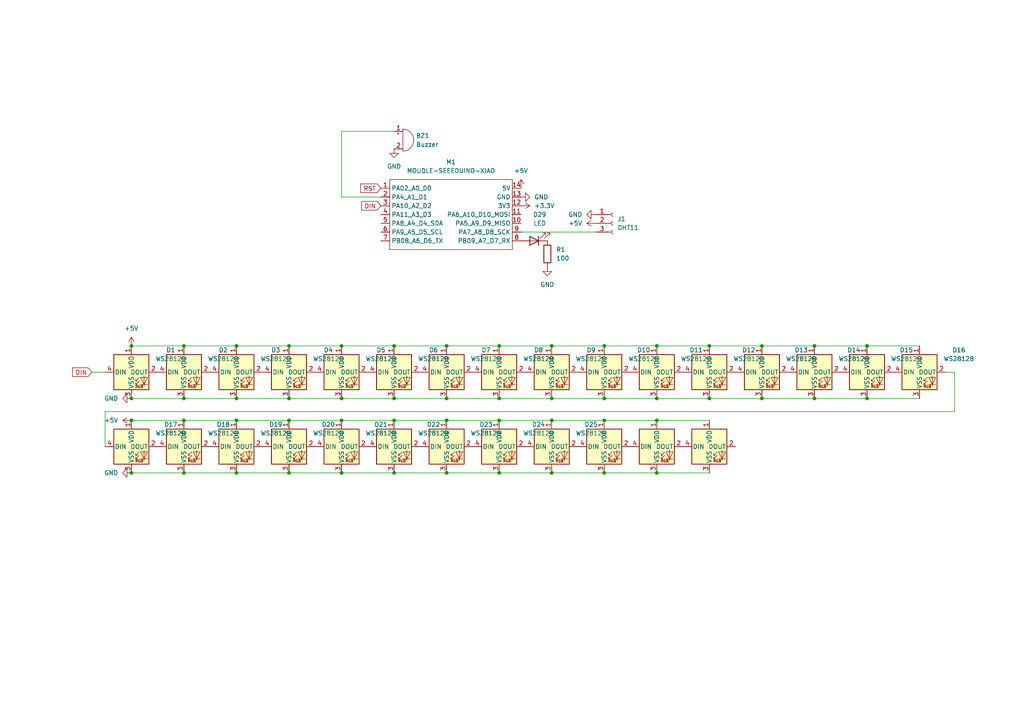
<source format=kicad_sch>
(kicad_sch
	(version 20241209)
	(generator "eeschema")
	(generator_version "8.99")
	(uuid "71b5b69c-18c0-4dbc-b5f9-ec4cba66c20a")
	(paper "A4")
	(lib_symbols
		(symbol "Connector:Conn_01x03_Socket"
			(pin_names
				(offset 1.016)
				(hide yes)
			)
			(exclude_from_sim no)
			(in_bom yes)
			(on_board yes)
			(property "Reference" "J"
				(at 0 5.08 0)
				(effects
					(font
						(size 1.27 1.27)
					)
				)
			)
			(property "Value" "Conn_01x03_Socket"
				(at 0 -5.08 0)
				(effects
					(font
						(size 1.27 1.27)
					)
				)
			)
			(property "Footprint" ""
				(at 0 0 0)
				(effects
					(font
						(size 1.27 1.27)
					)
					(hide yes)
				)
			)
			(property "Datasheet" "~"
				(at 0 0 0)
				(effects
					(font
						(size 1.27 1.27)
					)
					(hide yes)
				)
			)
			(property "Description" "Generic connector, single row, 01x03, script generated"
				(at 0 0 0)
				(effects
					(font
						(size 1.27 1.27)
					)
					(hide yes)
				)
			)
			(property "ki_locked" ""
				(at 0 0 0)
				(effects
					(font
						(size 1.27 1.27)
					)
				)
			)
			(property "ki_keywords" "connector"
				(at 0 0 0)
				(effects
					(font
						(size 1.27 1.27)
					)
					(hide yes)
				)
			)
			(property "ki_fp_filters" "Connector*:*_1x??_*"
				(at 0 0 0)
				(effects
					(font
						(size 1.27 1.27)
					)
					(hide yes)
				)
			)
			(symbol "Conn_01x03_Socket_1_1"
				(polyline
					(pts
						(xy -1.27 2.54) (xy -0.508 2.54)
					)
					(stroke
						(width 0.1524)
						(type default)
					)
					(fill
						(type none)
					)
				)
				(polyline
					(pts
						(xy -1.27 0) (xy -0.508 0)
					)
					(stroke
						(width 0.1524)
						(type default)
					)
					(fill
						(type none)
					)
				)
				(polyline
					(pts
						(xy -1.27 -2.54) (xy -0.508 -2.54)
					)
					(stroke
						(width 0.1524)
						(type default)
					)
					(fill
						(type none)
					)
				)
				(arc
					(start 0 2.032)
					(mid -0.5058 2.54)
					(end 0 3.048)
					(stroke
						(width 0.1524)
						(type default)
					)
					(fill
						(type none)
					)
				)
				(arc
					(start 0 -0.508)
					(mid -0.5058 0)
					(end 0 0.508)
					(stroke
						(width 0.1524)
						(type default)
					)
					(fill
						(type none)
					)
				)
				(arc
					(start 0 -3.048)
					(mid -0.5058 -2.54)
					(end 0 -2.032)
					(stroke
						(width 0.1524)
						(type default)
					)
					(fill
						(type none)
					)
				)
				(pin passive line
					(at -5.08 2.54 0)
					(length 3.81)
					(name "Pin_1"
						(effects
							(font
								(size 1.27 1.27)
							)
						)
					)
					(number "1"
						(effects
							(font
								(size 1.27 1.27)
							)
						)
					)
				)
				(pin passive line
					(at -5.08 0 0)
					(length 3.81)
					(name "Pin_2"
						(effects
							(font
								(size 1.27 1.27)
							)
						)
					)
					(number "2"
						(effects
							(font
								(size 1.27 1.27)
							)
						)
					)
				)
				(pin passive line
					(at -5.08 -2.54 0)
					(length 3.81)
					(name "Pin_3"
						(effects
							(font
								(size 1.27 1.27)
							)
						)
					)
					(number "3"
						(effects
							(font
								(size 1.27 1.27)
							)
						)
					)
				)
			)
			(embedded_fonts no)
		)
		(symbol "Device:Buzzer"
			(pin_names
				(offset 0.0254)
				(hide yes)
			)
			(exclude_from_sim no)
			(in_bom yes)
			(on_board yes)
			(property "Reference" "BZ"
				(at 3.81 1.27 0)
				(effects
					(font
						(size 1.27 1.27)
					)
					(justify left)
				)
			)
			(property "Value" "Buzzer"
				(at 3.81 -1.27 0)
				(effects
					(font
						(size 1.27 1.27)
					)
					(justify left)
				)
			)
			(property "Footprint" ""
				(at -0.635 2.54 90)
				(effects
					(font
						(size 1.27 1.27)
					)
					(hide yes)
				)
			)
			(property "Datasheet" "~"
				(at -0.635 2.54 90)
				(effects
					(font
						(size 1.27 1.27)
					)
					(hide yes)
				)
			)
			(property "Description" "Buzzer, polarized"
				(at 0 0 0)
				(effects
					(font
						(size 1.27 1.27)
					)
					(hide yes)
				)
			)
			(property "ki_keywords" "quartz resonator ceramic"
				(at 0 0 0)
				(effects
					(font
						(size 1.27 1.27)
					)
					(hide yes)
				)
			)
			(property "ki_fp_filters" "*Buzzer*"
				(at 0 0 0)
				(effects
					(font
						(size 1.27 1.27)
					)
					(hide yes)
				)
			)
			(symbol "Buzzer_0_1"
				(polyline
					(pts
						(xy -1.651 1.905) (xy -1.143 1.905)
					)
					(stroke
						(width 0)
						(type default)
					)
					(fill
						(type none)
					)
				)
				(polyline
					(pts
						(xy -1.397 2.159) (xy -1.397 1.651)
					)
					(stroke
						(width 0)
						(type default)
					)
					(fill
						(type none)
					)
				)
				(arc
					(start 0 3.175)
					(mid 3.1612 0)
					(end 0 -3.175)
					(stroke
						(width 0)
						(type default)
					)
					(fill
						(type none)
					)
				)
				(polyline
					(pts
						(xy 0 3.175) (xy 0 -3.175)
					)
					(stroke
						(width 0)
						(type default)
					)
					(fill
						(type none)
					)
				)
			)
			(symbol "Buzzer_1_1"
				(pin passive line
					(at -2.54 2.54 0)
					(length 2.54)
					(name "+"
						(effects
							(font
								(size 1.27 1.27)
							)
						)
					)
					(number "1"
						(effects
							(font
								(size 1.27 1.27)
							)
						)
					)
				)
				(pin passive line
					(at -2.54 -2.54 0)
					(length 2.54)
					(name "-"
						(effects
							(font
								(size 1.27 1.27)
							)
						)
					)
					(number "2"
						(effects
							(font
								(size 1.27 1.27)
							)
						)
					)
				)
			)
			(embedded_fonts no)
		)
		(symbol "Device:LED"
			(pin_numbers
				(hide yes)
			)
			(pin_names
				(offset 1.016)
				(hide yes)
			)
			(exclude_from_sim no)
			(in_bom yes)
			(on_board yes)
			(property "Reference" "D"
				(at 0 2.54 0)
				(effects
					(font
						(size 1.27 1.27)
					)
				)
			)
			(property "Value" "LED"
				(at 0 -2.54 0)
				(effects
					(font
						(size 1.27 1.27)
					)
				)
			)
			(property "Footprint" ""
				(at 0 0 0)
				(effects
					(font
						(size 1.27 1.27)
					)
					(hide yes)
				)
			)
			(property "Datasheet" "~"
				(at 0 0 0)
				(effects
					(font
						(size 1.27 1.27)
					)
					(hide yes)
				)
			)
			(property "Description" "Light emitting diode"
				(at 0 0 0)
				(effects
					(font
						(size 1.27 1.27)
					)
					(hide yes)
				)
			)
			(property "ki_keywords" "LED diode"
				(at 0 0 0)
				(effects
					(font
						(size 1.27 1.27)
					)
					(hide yes)
				)
			)
			(property "ki_fp_filters" "LED* LED_SMD:* LED_THT:*"
				(at 0 0 0)
				(effects
					(font
						(size 1.27 1.27)
					)
					(hide yes)
				)
			)
			(symbol "LED_0_1"
				(polyline
					(pts
						(xy -3.048 -0.762) (xy -4.572 -2.286) (xy -3.81 -2.286) (xy -4.572 -2.286) (xy -4.572 -1.524)
					)
					(stroke
						(width 0)
						(type default)
					)
					(fill
						(type none)
					)
				)
				(polyline
					(pts
						(xy -1.778 -0.762) (xy -3.302 -2.286) (xy -2.54 -2.286) (xy -3.302 -2.286) (xy -3.302 -1.524)
					)
					(stroke
						(width 0)
						(type default)
					)
					(fill
						(type none)
					)
				)
				(polyline
					(pts
						(xy -1.27 0) (xy 1.27 0)
					)
					(stroke
						(width 0)
						(type default)
					)
					(fill
						(type none)
					)
				)
				(polyline
					(pts
						(xy -1.27 -1.27) (xy -1.27 1.27)
					)
					(stroke
						(width 0.254)
						(type default)
					)
					(fill
						(type none)
					)
				)
				(polyline
					(pts
						(xy 1.27 -1.27) (xy 1.27 1.27) (xy -1.27 0) (xy 1.27 -1.27)
					)
					(stroke
						(width 0.254)
						(type default)
					)
					(fill
						(type none)
					)
				)
			)
			(symbol "LED_1_1"
				(pin passive line
					(at -3.81 0 0)
					(length 2.54)
					(name "K"
						(effects
							(font
								(size 1.27 1.27)
							)
						)
					)
					(number "1"
						(effects
							(font
								(size 1.27 1.27)
							)
						)
					)
				)
				(pin passive line
					(at 3.81 0 180)
					(length 2.54)
					(name "A"
						(effects
							(font
								(size 1.27 1.27)
							)
						)
					)
					(number "2"
						(effects
							(font
								(size 1.27 1.27)
							)
						)
					)
				)
			)
			(embedded_fonts no)
		)
		(symbol "Device:R"
			(pin_numbers
				(hide yes)
			)
			(pin_names
				(offset 0)
			)
			(exclude_from_sim no)
			(in_bom yes)
			(on_board yes)
			(property "Reference" "R"
				(at 2.032 0 90)
				(effects
					(font
						(size 1.27 1.27)
					)
				)
			)
			(property "Value" "R"
				(at 0 0 90)
				(effects
					(font
						(size 1.27 1.27)
					)
				)
			)
			(property "Footprint" ""
				(at -1.778 0 90)
				(effects
					(font
						(size 1.27 1.27)
					)
					(hide yes)
				)
			)
			(property "Datasheet" "~"
				(at 0 0 0)
				(effects
					(font
						(size 1.27 1.27)
					)
					(hide yes)
				)
			)
			(property "Description" "Resistor"
				(at 0 0 0)
				(effects
					(font
						(size 1.27 1.27)
					)
					(hide yes)
				)
			)
			(property "ki_keywords" "R res resistor"
				(at 0 0 0)
				(effects
					(font
						(size 1.27 1.27)
					)
					(hide yes)
				)
			)
			(property "ki_fp_filters" "R_*"
				(at 0 0 0)
				(effects
					(font
						(size 1.27 1.27)
					)
					(hide yes)
				)
			)
			(symbol "R_0_1"
				(rectangle
					(start -1.016 -2.54)
					(end 1.016 2.54)
					(stroke
						(width 0.254)
						(type default)
					)
					(fill
						(type none)
					)
				)
			)
			(symbol "R_1_1"
				(pin passive line
					(at 0 3.81 270)
					(length 1.27)
					(name "~"
						(effects
							(font
								(size 1.27 1.27)
							)
						)
					)
					(number "1"
						(effects
							(font
								(size 1.27 1.27)
							)
						)
					)
				)
				(pin passive line
					(at 0 -3.81 90)
					(length 1.27)
					(name "~"
						(effects
							(font
								(size 1.27 1.27)
							)
						)
					)
					(number "2"
						(effects
							(font
								(size 1.27 1.27)
							)
						)
					)
				)
			)
			(embedded_fonts no)
		)
		(symbol "LED:WS2812B"
			(pin_names
				(offset 0.254)
			)
			(exclude_from_sim no)
			(in_bom yes)
			(on_board yes)
			(property "Reference" "D"
				(at 5.08 5.715 0)
				(effects
					(font
						(size 1.27 1.27)
					)
					(justify right bottom)
				)
			)
			(property "Value" "WS2812B"
				(at 1.27 -5.715 0)
				(effects
					(font
						(size 1.27 1.27)
					)
					(justify left top)
				)
			)
			(property "Footprint" "LED_SMD:LED_WS2812B_PLCC4_5.0x5.0mm_P3.2mm"
				(at 1.27 -7.62 0)
				(effects
					(font
						(size 1.27 1.27)
					)
					(justify left top)
					(hide yes)
				)
			)
			(property "Datasheet" "https://cdn-shop.adafruit.com/datasheets/WS2812B.pdf"
				(at 2.54 -9.525 0)
				(effects
					(font
						(size 1.27 1.27)
					)
					(justify left top)
					(hide yes)
				)
			)
			(property "Description" "RGB LED with integrated controller"
				(at 0 0 0)
				(effects
					(font
						(size 1.27 1.27)
					)
					(hide yes)
				)
			)
			(property "ki_keywords" "RGB LED NeoPixel addressable"
				(at 0 0 0)
				(effects
					(font
						(size 1.27 1.27)
					)
					(hide yes)
				)
			)
			(property "ki_fp_filters" "LED*WS2812*PLCC*5.0x5.0mm*P3.2mm*"
				(at 0 0 0)
				(effects
					(font
						(size 1.27 1.27)
					)
					(hide yes)
				)
			)
			(symbol "WS2812B_0_0"
				(text "RGB"
					(at 2.286 -4.191 0)
					(effects
						(font
							(size 0.762 0.762)
						)
					)
				)
			)
			(symbol "WS2812B_0_1"
				(polyline
					(pts
						(xy 1.27 -2.54) (xy 1.778 -2.54)
					)
					(stroke
						(width 0)
						(type default)
					)
					(fill
						(type none)
					)
				)
				(polyline
					(pts
						(xy 1.27 -3.556) (xy 1.778 -3.556)
					)
					(stroke
						(width 0)
						(type default)
					)
					(fill
						(type none)
					)
				)
				(polyline
					(pts
						(xy 2.286 -1.524) (xy 1.27 -2.54) (xy 1.27 -2.032)
					)
					(stroke
						(width 0)
						(type default)
					)
					(fill
						(type none)
					)
				)
				(polyline
					(pts
						(xy 2.286 -2.54) (xy 1.27 -3.556) (xy 1.27 -3.048)
					)
					(stroke
						(width 0)
						(type default)
					)
					(fill
						(type none)
					)
				)
				(polyline
					(pts
						(xy 3.683 -1.016) (xy 3.683 -3.556) (xy 3.683 -4.064)
					)
					(stroke
						(width 0)
						(type default)
					)
					(fill
						(type none)
					)
				)
				(polyline
					(pts
						(xy 4.699 -1.524) (xy 2.667 -1.524) (xy 3.683 -3.556) (xy 4.699 -1.524)
					)
					(stroke
						(width 0)
						(type default)
					)
					(fill
						(type none)
					)
				)
				(polyline
					(pts
						(xy 4.699 -3.556) (xy 2.667 -3.556)
					)
					(stroke
						(width 0)
						(type default)
					)
					(fill
						(type none)
					)
				)
				(rectangle
					(start 5.08 5.08)
					(end -5.08 -5.08)
					(stroke
						(width 0.254)
						(type default)
					)
					(fill
						(type background)
					)
				)
			)
			(symbol "WS2812B_1_1"
				(pin input line
					(at -7.62 0 0)
					(length 2.54)
					(name "DIN"
						(effects
							(font
								(size 1.27 1.27)
							)
						)
					)
					(number "4"
						(effects
							(font
								(size 1.27 1.27)
							)
						)
					)
				)
				(pin power_in line
					(at 0 7.62 270)
					(length 2.54)
					(name "VDD"
						(effects
							(font
								(size 1.27 1.27)
							)
						)
					)
					(number "1"
						(effects
							(font
								(size 1.27 1.27)
							)
						)
					)
				)
				(pin power_in line
					(at 0 -7.62 90)
					(length 2.54)
					(name "VSS"
						(effects
							(font
								(size 1.27 1.27)
							)
						)
					)
					(number "3"
						(effects
							(font
								(size 1.27 1.27)
							)
						)
					)
				)
				(pin output line
					(at 7.62 0 180)
					(length 2.54)
					(name "DOUT"
						(effects
							(font
								(size 1.27 1.27)
							)
						)
					)
					(number "2"
						(effects
							(font
								(size 1.27 1.27)
							)
						)
					)
				)
			)
			(embedded_fonts no)
		)
		(symbol "MOUDLE-SEEEDUINO-XIAO:MOUDLE-SEEEDUINO-XIAO"
			(exclude_from_sim no)
			(in_bom yes)
			(on_board yes)
			(property "Reference" "U"
				(at -16.51 11.43 0)
				(effects
					(font
						(size 1.27 1.27)
					)
				)
			)
			(property "Value" "MOUDLE-SEEEDUINO-XIAO"
				(at -3.81 -11.43 0)
				(effects
					(font
						(size 1.27 1.27)
					)
				)
			)
			(property "Footprint" ""
				(at -16.51 2.54 0)
				(effects
					(font
						(size 1.27 1.27)
					)
					(hide yes)
				)
			)
			(property "Datasheet" ""
				(at -16.51 2.54 0)
				(effects
					(font
						(size 1.27 1.27)
					)
					(hide yes)
				)
			)
			(property "Description" ""
				(at 0 0 0)
				(effects
					(font
						(size 1.27 1.27)
					)
					(hide yes)
				)
			)
			(symbol "MOUDLE-SEEEDUINO-XIAO_0_1"
				(rectangle
					(start -16.51 10.16)
					(end 19.05 -10.16)
					(stroke
						(width 0)
						(type default)
					)
					(fill
						(type none)
					)
				)
			)
			(symbol "MOUDLE-SEEEDUINO-XIAO_1_1"
				(pin passive line
					(at -19.05 7.62 0)
					(length 2.54)
					(name "PA02_A0_D0"
						(effects
							(font
								(size 1.27 1.27)
							)
						)
					)
					(number "1"
						(effects
							(font
								(size 1.27 1.27)
							)
						)
					)
				)
				(pin passive line
					(at -19.05 5.08 0)
					(length 2.54)
					(name "PA4_A1_D1"
						(effects
							(font
								(size 1.27 1.27)
							)
						)
					)
					(number "2"
						(effects
							(font
								(size 1.27 1.27)
							)
						)
					)
				)
				(pin passive line
					(at -19.05 2.54 0)
					(length 2.54)
					(name "PA10_A2_D2"
						(effects
							(font
								(size 1.27 1.27)
							)
						)
					)
					(number "3"
						(effects
							(font
								(size 1.27 1.27)
							)
						)
					)
				)
				(pin passive line
					(at -19.05 0 0)
					(length 2.54)
					(name "PA11_A3_D3"
						(effects
							(font
								(size 1.27 1.27)
							)
						)
					)
					(number "4"
						(effects
							(font
								(size 1.27 1.27)
							)
						)
					)
				)
				(pin passive line
					(at -19.05 -2.54 0)
					(length 2.54)
					(name "PA8_A4_D4_SDA"
						(effects
							(font
								(size 1.27 1.27)
							)
						)
					)
					(number "5"
						(effects
							(font
								(size 1.27 1.27)
							)
						)
					)
				)
				(pin passive line
					(at -19.05 -5.08 0)
					(length 2.54)
					(name "PA9_A5_D5_SCL"
						(effects
							(font
								(size 1.27 1.27)
							)
						)
					)
					(number "6"
						(effects
							(font
								(size 1.27 1.27)
							)
						)
					)
				)
				(pin passive line
					(at -19.05 -7.62 0)
					(length 2.54)
					(name "PB08_A6_D6_TX"
						(effects
							(font
								(size 1.27 1.27)
							)
						)
					)
					(number "7"
						(effects
							(font
								(size 1.27 1.27)
							)
						)
					)
				)
				(pin passive line
					(at 21.59 7.62 180)
					(length 2.54)
					(name "5V"
						(effects
							(font
								(size 1.27 1.27)
							)
						)
					)
					(number "14"
						(effects
							(font
								(size 1.27 1.27)
							)
						)
					)
				)
				(pin passive line
					(at 21.59 5.08 180)
					(length 2.54)
					(name "GND"
						(effects
							(font
								(size 1.27 1.27)
							)
						)
					)
					(number "13"
						(effects
							(font
								(size 1.27 1.27)
							)
						)
					)
				)
				(pin passive line
					(at 21.59 2.54 180)
					(length 2.54)
					(name "3V3"
						(effects
							(font
								(size 1.27 1.27)
							)
						)
					)
					(number "12"
						(effects
							(font
								(size 1.27 1.27)
							)
						)
					)
				)
				(pin passive line
					(at 21.59 0 180)
					(length 2.54)
					(name "PA6_A10_D10_MOSI"
						(effects
							(font
								(size 1.27 1.27)
							)
						)
					)
					(number "11"
						(effects
							(font
								(size 1.27 1.27)
							)
						)
					)
				)
				(pin passive line
					(at 21.59 -2.54 180)
					(length 2.54)
					(name "PA5_A9_D9_MISO"
						(effects
							(font
								(size 1.27 1.27)
							)
						)
					)
					(number "10"
						(effects
							(font
								(size 1.27 1.27)
							)
						)
					)
				)
				(pin passive line
					(at 21.59 -5.08 180)
					(length 2.54)
					(name "PA7_A8_D8_SCK"
						(effects
							(font
								(size 1.27 1.27)
							)
						)
					)
					(number "9"
						(effects
							(font
								(size 1.27 1.27)
							)
						)
					)
				)
				(pin passive line
					(at 21.59 -7.62 180)
					(length 2.54)
					(name "PB09_A7_D7_RX"
						(effects
							(font
								(size 1.27 1.27)
							)
						)
					)
					(number "8"
						(effects
							(font
								(size 1.27 1.27)
							)
						)
					)
				)
			)
			(embedded_fonts no)
		)
		(symbol "power:+3.3V"
			(power)
			(pin_numbers
				(hide yes)
			)
			(pin_names
				(offset 0)
				(hide yes)
			)
			(exclude_from_sim no)
			(in_bom yes)
			(on_board yes)
			(property "Reference" "#PWR"
				(at 0 -3.81 0)
				(effects
					(font
						(size 1.27 1.27)
					)
					(hide yes)
				)
			)
			(property "Value" "+3.3V"
				(at 0 3.556 0)
				(effects
					(font
						(size 1.27 1.27)
					)
				)
			)
			(property "Footprint" ""
				(at 0 0 0)
				(effects
					(font
						(size 1.27 1.27)
					)
					(hide yes)
				)
			)
			(property "Datasheet" ""
				(at 0 0 0)
				(effects
					(font
						(size 1.27 1.27)
					)
					(hide yes)
				)
			)
			(property "Description" "Power symbol creates a global label with name \"+3.3V\""
				(at 0 0 0)
				(effects
					(font
						(size 1.27 1.27)
					)
					(hide yes)
				)
			)
			(property "ki_keywords" "global power"
				(at 0 0 0)
				(effects
					(font
						(size 1.27 1.27)
					)
					(hide yes)
				)
			)
			(symbol "+3.3V_0_1"
				(polyline
					(pts
						(xy -0.762 1.27) (xy 0 2.54)
					)
					(stroke
						(width 0)
						(type default)
					)
					(fill
						(type none)
					)
				)
				(polyline
					(pts
						(xy 0 2.54) (xy 0.762 1.27)
					)
					(stroke
						(width 0)
						(type default)
					)
					(fill
						(type none)
					)
				)
				(polyline
					(pts
						(xy 0 0) (xy 0 2.54)
					)
					(stroke
						(width 0)
						(type default)
					)
					(fill
						(type none)
					)
				)
			)
			(symbol "+3.3V_1_1"
				(pin power_in line
					(at 0 0 90)
					(length 0)
					(name "~"
						(effects
							(font
								(size 1.27 1.27)
							)
						)
					)
					(number "1"
						(effects
							(font
								(size 1.27 1.27)
							)
						)
					)
				)
			)
			(embedded_fonts no)
		)
		(symbol "power:+5V"
			(power)
			(pin_numbers
				(hide yes)
			)
			(pin_names
				(offset 0)
				(hide yes)
			)
			(exclude_from_sim no)
			(in_bom yes)
			(on_board yes)
			(property "Reference" "#PWR"
				(at 0 -3.81 0)
				(effects
					(font
						(size 1.27 1.27)
					)
					(hide yes)
				)
			)
			(property "Value" "+5V"
				(at 0 3.556 0)
				(effects
					(font
						(size 1.27 1.27)
					)
				)
			)
			(property "Footprint" ""
				(at 0 0 0)
				(effects
					(font
						(size 1.27 1.27)
					)
					(hide yes)
				)
			)
			(property "Datasheet" ""
				(at 0 0 0)
				(effects
					(font
						(size 1.27 1.27)
					)
					(hide yes)
				)
			)
			(property "Description" "Power symbol creates a global label with name \"+5V\""
				(at 0 0 0)
				(effects
					(font
						(size 1.27 1.27)
					)
					(hide yes)
				)
			)
			(property "ki_keywords" "global power"
				(at 0 0 0)
				(effects
					(font
						(size 1.27 1.27)
					)
					(hide yes)
				)
			)
			(symbol "+5V_0_1"
				(polyline
					(pts
						(xy -0.762 1.27) (xy 0 2.54)
					)
					(stroke
						(width 0)
						(type default)
					)
					(fill
						(type none)
					)
				)
				(polyline
					(pts
						(xy 0 2.54) (xy 0.762 1.27)
					)
					(stroke
						(width 0)
						(type default)
					)
					(fill
						(type none)
					)
				)
				(polyline
					(pts
						(xy 0 0) (xy 0 2.54)
					)
					(stroke
						(width 0)
						(type default)
					)
					(fill
						(type none)
					)
				)
			)
			(symbol "+5V_1_1"
				(pin power_in line
					(at 0 0 90)
					(length 0)
					(name "~"
						(effects
							(font
								(size 1.27 1.27)
							)
						)
					)
					(number "1"
						(effects
							(font
								(size 1.27 1.27)
							)
						)
					)
				)
			)
			(embedded_fonts no)
		)
		(symbol "power:GND"
			(power)
			(pin_numbers
				(hide yes)
			)
			(pin_names
				(offset 0)
				(hide yes)
			)
			(exclude_from_sim no)
			(in_bom yes)
			(on_board yes)
			(property "Reference" "#PWR"
				(at 0 -6.35 0)
				(effects
					(font
						(size 1.27 1.27)
					)
					(hide yes)
				)
			)
			(property "Value" "GND"
				(at 0 -3.81 0)
				(effects
					(font
						(size 1.27 1.27)
					)
				)
			)
			(property "Footprint" ""
				(at 0 0 0)
				(effects
					(font
						(size 1.27 1.27)
					)
					(hide yes)
				)
			)
			(property "Datasheet" ""
				(at 0 0 0)
				(effects
					(font
						(size 1.27 1.27)
					)
					(hide yes)
				)
			)
			(property "Description" "Power symbol creates a global label with name \"GND\" , ground"
				(at 0 0 0)
				(effects
					(font
						(size 1.27 1.27)
					)
					(hide yes)
				)
			)
			(property "ki_keywords" "global power"
				(at 0 0 0)
				(effects
					(font
						(size 1.27 1.27)
					)
					(hide yes)
				)
			)
			(symbol "GND_0_1"
				(polyline
					(pts
						(xy 0 0) (xy 0 -1.27) (xy 1.27 -1.27) (xy 0 -2.54) (xy -1.27 -1.27) (xy 0 -1.27)
					)
					(stroke
						(width 0)
						(type default)
					)
					(fill
						(type none)
					)
				)
			)
			(symbol "GND_1_1"
				(pin power_in line
					(at 0 0 270)
					(length 0)
					(name "~"
						(effects
							(font
								(size 1.27 1.27)
							)
						)
					)
					(number "1"
						(effects
							(font
								(size 1.27 1.27)
							)
						)
					)
				)
			)
			(embedded_fonts no)
		)
	)
	(junction
		(at 220.98 100.33)
		(diameter 0)
		(color 0 0 0 0)
		(uuid "013b3905-bb53-46f1-bdf1-55a16ba5f452")
	)
	(junction
		(at 53.34 100.33)
		(diameter 0)
		(color 0 0 0 0)
		(uuid "0777cae1-9116-40a0-b14c-d048b7ece4cf")
	)
	(junction
		(at 160.02 100.33)
		(diameter 0)
		(color 0 0 0 0)
		(uuid "08da3f7a-4cf4-4ca4-afbc-90657738dfac")
	)
	(junction
		(at 129.54 121.92)
		(diameter 0)
		(color 0 0 0 0)
		(uuid "1365a212-bd65-4e21-a5fb-8c667604049e")
	)
	(junction
		(at 83.82 121.92)
		(diameter 0)
		(color 0 0 0 0)
		(uuid "1ca19211-0980-4f23-b46e-09e8bdcfa6ae")
	)
	(junction
		(at 160.02 137.16)
		(diameter 0)
		(color 0 0 0 0)
		(uuid "1d66b4e6-32fc-41a1-aae7-e67da2d78de1")
	)
	(junction
		(at 38.1 100.33)
		(diameter 0)
		(color 0 0 0 0)
		(uuid "1d72b521-ee7c-456a-9391-5678c095a9d3")
	)
	(junction
		(at 144.78 121.92)
		(diameter 0)
		(color 0 0 0 0)
		(uuid "1e335508-eb03-4175-85f0-2d1f364bac9c")
	)
	(junction
		(at 68.58 137.16)
		(diameter 0)
		(color 0 0 0 0)
		(uuid "1e6d3be0-e955-40c6-ad72-673e1faec19d")
	)
	(junction
		(at 175.26 100.33)
		(diameter 0)
		(color 0 0 0 0)
		(uuid "24be90d8-88c8-4818-80ce-065346c1e192")
	)
	(junction
		(at 129.54 115.57)
		(diameter 0)
		(color 0 0 0 0)
		(uuid "29dff688-1a0e-414e-95d9-08567571115d")
	)
	(junction
		(at 144.78 100.33)
		(diameter 0)
		(color 0 0 0 0)
		(uuid "2a1270b5-8f49-4263-833e-180dc46fff64")
	)
	(junction
		(at 68.58 115.57)
		(diameter 0)
		(color 0 0 0 0)
		(uuid "2bcff90f-44d0-4340-9a2b-b09872818048")
	)
	(junction
		(at 129.54 137.16)
		(diameter 0)
		(color 0 0 0 0)
		(uuid "3bb5e02e-6ea6-4780-8be3-c59d2246a6df")
	)
	(junction
		(at 144.78 115.57)
		(diameter 0)
		(color 0 0 0 0)
		(uuid "3d1e7c88-859e-49ea-b270-e1491730c2bc")
	)
	(junction
		(at 144.78 137.16)
		(diameter 0)
		(color 0 0 0 0)
		(uuid "436d3dcf-f206-411c-be25-98d5c63f1bfd")
	)
	(junction
		(at 205.74 115.57)
		(diameter 0)
		(color 0 0 0 0)
		(uuid "4b8734c0-f104-48f6-b500-69c83b01aa6e")
	)
	(junction
		(at 190.5 115.57)
		(diameter 0)
		(color 0 0 0 0)
		(uuid "4be73008-3736-461f-97bb-a2973ae475c6")
	)
	(junction
		(at 114.3 137.16)
		(diameter 0)
		(color 0 0 0 0)
		(uuid "4c4bcdec-6c64-4557-b411-703580f33836")
	)
	(junction
		(at 114.3 121.92)
		(diameter 0)
		(color 0 0 0 0)
		(uuid "4f2c289f-618b-416f-b4d0-1e53cff40725")
	)
	(junction
		(at 53.34 137.16)
		(diameter 0)
		(color 0 0 0 0)
		(uuid "5014b2c6-e851-434e-a755-dcdc60d56822")
	)
	(junction
		(at 68.58 100.33)
		(diameter 0)
		(color 0 0 0 0)
		(uuid "543f2373-1fa9-479a-8a1d-c445530a15de")
	)
	(junction
		(at 114.3 115.57)
		(diameter 0)
		(color 0 0 0 0)
		(uuid "5d73380d-553b-4ef3-b803-453d4695dcb3")
	)
	(junction
		(at 175.26 137.16)
		(diameter 0)
		(color 0 0 0 0)
		(uuid "649be249-387e-423b-a68e-829fd188c4d5")
	)
	(junction
		(at 236.22 100.33)
		(diameter 0)
		(color 0 0 0 0)
		(uuid "78efea5b-45b5-47bb-9c75-190778b7abba")
	)
	(junction
		(at 99.06 137.16)
		(diameter 0)
		(color 0 0 0 0)
		(uuid "7a7396a8-320f-4085-ba11-fb6264d19938")
	)
	(junction
		(at 175.26 121.92)
		(diameter 0)
		(color 0 0 0 0)
		(uuid "80a284e3-48c7-46a1-8a70-66790c40dc6d")
	)
	(junction
		(at 114.3 100.33)
		(diameter 0)
		(color 0 0 0 0)
		(uuid "8667f721-6dab-4969-818d-4da1d57cd4d8")
	)
	(junction
		(at 220.98 115.57)
		(diameter 0)
		(color 0 0 0 0)
		(uuid "86b0a868-2976-4150-94bf-592dc82665f0")
	)
	(junction
		(at 190.5 121.92)
		(diameter 0)
		(color 0 0 0 0)
		(uuid "904a8d4d-8a42-4e0a-a750-ddceedb69fac")
	)
	(junction
		(at 99.06 100.33)
		(diameter 0)
		(color 0 0 0 0)
		(uuid "9171a833-1747-4570-9f96-5417950636fd")
	)
	(junction
		(at 38.1 121.92)
		(diameter 0)
		(color 0 0 0 0)
		(uuid "93563f85-0716-4e75-aa8e-102ff8258817")
	)
	(junction
		(at 190.5 100.33)
		(diameter 0)
		(color 0 0 0 0)
		(uuid "9ab24e3f-0061-48e8-8d1f-e56508ea8ebf")
	)
	(junction
		(at 53.34 115.57)
		(diameter 0)
		(color 0 0 0 0)
		(uuid "9ea3f371-2d4c-4606-9229-10ba1b036aab")
	)
	(junction
		(at 83.82 137.16)
		(diameter 0)
		(color 0 0 0 0)
		(uuid "ac991afb-7a79-4c9c-8a8b-d200fa21570e")
	)
	(junction
		(at 251.46 100.33)
		(diameter 0)
		(color 0 0 0 0)
		(uuid "ad164d0a-ed74-46c3-a739-422478dee157")
	)
	(junction
		(at 175.26 115.57)
		(diameter 0)
		(color 0 0 0 0)
		(uuid "af76b146-5d12-41ec-b309-33c7dde97d3a")
	)
	(junction
		(at 99.06 121.92)
		(diameter 0)
		(color 0 0 0 0)
		(uuid "b209f2bd-e409-495c-b514-17d6c8272d46")
	)
	(junction
		(at 38.1 137.16)
		(diameter 0)
		(color 0 0 0 0)
		(uuid "bbdd5656-49e4-42ea-bd27-e60e031c0c50")
	)
	(junction
		(at 83.82 100.33)
		(diameter 0)
		(color 0 0 0 0)
		(uuid "bea2b542-2a05-4087-8d96-99741778323b")
	)
	(junction
		(at 160.02 121.92)
		(diameter 0)
		(color 0 0 0 0)
		(uuid "ca238391-d5c6-4fe1-9c3b-c95cf093dfa4")
	)
	(junction
		(at 160.02 115.57)
		(diameter 0)
		(color 0 0 0 0)
		(uuid "d0cf5872-e804-4356-b7b1-43fce087ed97")
	)
	(junction
		(at 83.82 115.57)
		(diameter 0)
		(color 0 0 0 0)
		(uuid "d435f1c7-09ac-43ea-bf8a-4ec3c6b05347")
	)
	(junction
		(at 251.46 115.57)
		(diameter 0)
		(color 0 0 0 0)
		(uuid "dad6b9f5-bd05-4f98-9a31-8f006e385ea0")
	)
	(junction
		(at 38.1 115.57)
		(diameter 0)
		(color 0 0 0 0)
		(uuid "e216cef3-bef2-4790-9821-02c98f41b1e0")
	)
	(junction
		(at 190.5 137.16)
		(diameter 0)
		(color 0 0 0 0)
		(uuid "e23680a0-597b-407f-9b1f-90a9624915db")
	)
	(junction
		(at 99.06 115.57)
		(diameter 0)
		(color 0 0 0 0)
		(uuid "e2ed3e99-cb74-4361-9dd4-2cf57add9a74")
	)
	(junction
		(at 68.58 121.92)
		(diameter 0)
		(color 0 0 0 0)
		(uuid "e3d39a2e-645a-457d-aecc-1867b4525e45")
	)
	(junction
		(at 129.54 100.33)
		(diameter 0)
		(color 0 0 0 0)
		(uuid "e6b98d8b-f9d5-4cd8-9ca0-a781edff275e")
	)
	(junction
		(at 236.22 115.57)
		(diameter 0)
		(color 0 0 0 0)
		(uuid "e7198d8e-612c-41a9-910a-6338dccf4847")
	)
	(junction
		(at 53.34 121.92)
		(diameter 0)
		(color 0 0 0 0)
		(uuid "f0a8897f-002b-407a-837c-15104b87301d")
	)
	(junction
		(at 205.74 100.33)
		(diameter 0)
		(color 0 0 0 0)
		(uuid "fb023c43-dab5-46fc-9bc3-90e8c4b96e5f")
	)
	(wire
		(pts
			(xy 129.54 115.57) (xy 144.78 115.57)
		)
		(stroke
			(width 0)
			(type default)
		)
		(uuid "04617387-3f12-412c-a293-917f1a013459")
	)
	(wire
		(pts
			(xy 99.06 137.16) (xy 114.3 137.16)
		)
		(stroke
			(width 0)
			(type default)
		)
		(uuid "05dce47b-20d7-4251-8333-d1a6097e0875")
	)
	(wire
		(pts
			(xy 83.82 100.33) (xy 99.06 100.33)
		)
		(stroke
			(width 0)
			(type default)
		)
		(uuid "0cb456ef-8865-4d98-9538-d1f321da1e74")
	)
	(wire
		(pts
			(xy 53.34 137.16) (xy 68.58 137.16)
		)
		(stroke
			(width 0)
			(type default)
		)
		(uuid "0cc5e59a-6787-4d5d-9ccb-07431ed6f650")
	)
	(wire
		(pts
			(xy 144.78 100.33) (xy 160.02 100.33)
		)
		(stroke
			(width 0)
			(type default)
		)
		(uuid "121b9756-3eea-4864-8f96-cbe546fd70a5")
	)
	(wire
		(pts
			(xy 129.54 137.16) (xy 144.78 137.16)
		)
		(stroke
			(width 0)
			(type default)
		)
		(uuid "192aedef-f33b-4984-b9e2-0a7748ecf4c2")
	)
	(wire
		(pts
			(xy 83.82 137.16) (xy 99.06 137.16)
		)
		(stroke
			(width 0)
			(type default)
		)
		(uuid "23755fb0-0eb5-459d-ad34-dcfae15d7234")
	)
	(wire
		(pts
			(xy 38.1 115.57) (xy 53.34 115.57)
		)
		(stroke
			(width 0)
			(type default)
		)
		(uuid "247090f9-6d0f-42eb-8a30-a358bae63cec")
	)
	(wire
		(pts
			(xy 53.34 100.33) (xy 68.58 100.33)
		)
		(stroke
			(width 0)
			(type default)
		)
		(uuid "27be3e6a-55ee-4086-9d86-fd712af9f075")
	)
	(wire
		(pts
			(xy 190.5 137.16) (xy 205.74 137.16)
		)
		(stroke
			(width 0)
			(type default)
		)
		(uuid "2b44d121-d125-4085-a1ae-03e0dc94a3f6")
	)
	(wire
		(pts
			(xy 175.26 137.16) (xy 190.5 137.16)
		)
		(stroke
			(width 0)
			(type default)
		)
		(uuid "2da43af7-6f1d-45d4-a394-b89291d37618")
	)
	(wire
		(pts
			(xy 129.54 121.92) (xy 144.78 121.92)
		)
		(stroke
			(width 0)
			(type default)
		)
		(uuid "304cc572-4698-4b20-b365-2f3c802f877d")
	)
	(wire
		(pts
			(xy 53.34 115.57) (xy 68.58 115.57)
		)
		(stroke
			(width 0)
			(type default)
		)
		(uuid "31db4b0e-31cf-409e-ada0-005fa515e7d6")
	)
	(wire
		(pts
			(xy 68.58 115.57) (xy 83.82 115.57)
		)
		(stroke
			(width 0)
			(type default)
		)
		(uuid "347c33ae-ae9f-4c5a-b379-dc404d989f89")
	)
	(wire
		(pts
			(xy 236.22 115.57) (xy 251.46 115.57)
		)
		(stroke
			(width 0)
			(type default)
		)
		(uuid "3bb8cae5-f28c-4a73-87b8-40b2c6beae6e")
	)
	(wire
		(pts
			(xy 38.1 100.33) (xy 53.34 100.33)
		)
		(stroke
			(width 0)
			(type default)
		)
		(uuid "3d664b53-985d-4e09-8aa4-56637481c0d2")
	)
	(wire
		(pts
			(xy 144.78 121.92) (xy 160.02 121.92)
		)
		(stroke
			(width 0)
			(type default)
		)
		(uuid "3dbd524f-f522-4b83-9290-1673c0d51870")
	)
	(wire
		(pts
			(xy 38.1 137.16) (xy 53.34 137.16)
		)
		(stroke
			(width 0)
			(type default)
		)
		(uuid "4142f8a7-99f8-4fc1-8b01-73951b89611f")
	)
	(wire
		(pts
			(xy 99.06 38.1) (xy 99.06 57.15)
		)
		(stroke
			(width 0)
			(type default)
		)
		(uuid "42992a2d-973f-4e7a-95d7-abcaedcd773c")
	)
	(wire
		(pts
			(xy 160.02 137.16) (xy 175.26 137.16)
		)
		(stroke
			(width 0)
			(type default)
		)
		(uuid "469e0289-a938-4988-a118-bb7b6eca9267")
	)
	(wire
		(pts
			(xy 114.3 38.1) (xy 99.06 38.1)
		)
		(stroke
			(width 0)
			(type default)
		)
		(uuid "493e7012-afbf-4a04-8bc9-86f554450f32")
	)
	(wire
		(pts
			(xy 129.54 100.33) (xy 144.78 100.33)
		)
		(stroke
			(width 0)
			(type default)
		)
		(uuid "4aa96e55-c00b-4ada-bb40-b8773b43c7bc")
	)
	(wire
		(pts
			(xy 190.5 115.57) (xy 205.74 115.57)
		)
		(stroke
			(width 0)
			(type default)
		)
		(uuid "4d76fbf2-ce28-4392-9495-9fc0cda89710")
	)
	(wire
		(pts
			(xy 205.74 115.57) (xy 220.98 115.57)
		)
		(stroke
			(width 0)
			(type default)
		)
		(uuid "51e48ddc-7595-468f-b8bf-c7131294e959")
	)
	(wire
		(pts
			(xy 38.1 121.92) (xy 53.34 121.92)
		)
		(stroke
			(width 0)
			(type default)
		)
		(uuid "51f33b9d-b08f-4d84-8d4d-f4152f5cbe37")
	)
	(wire
		(pts
			(xy 190.5 121.92) (xy 205.74 121.92)
		)
		(stroke
			(width 0)
			(type default)
		)
		(uuid "585308b3-dc0a-4380-9afd-c666c438150d")
	)
	(wire
		(pts
			(xy 205.74 100.33) (xy 220.98 100.33)
		)
		(stroke
			(width 0)
			(type default)
		)
		(uuid "64735ff1-f4dc-4842-ab37-069def70be93")
	)
	(wire
		(pts
			(xy 68.58 137.16) (xy 83.82 137.16)
		)
		(stroke
			(width 0)
			(type default)
		)
		(uuid "69f319b4-de97-49b9-b046-c2247de2a853")
	)
	(wire
		(pts
			(xy 175.26 100.33) (xy 190.5 100.33)
		)
		(stroke
			(width 0)
			(type default)
		)
		(uuid "6f347724-b5c8-4b35-8899-5e8b79fc381f")
	)
	(wire
		(pts
			(xy 144.78 137.16) (xy 160.02 137.16)
		)
		(stroke
			(width 0)
			(type default)
		)
		(uuid "6feb1245-1e9b-409a-8603-76e660c0c397")
	)
	(wire
		(pts
			(xy 160.02 115.57) (xy 175.26 115.57)
		)
		(stroke
			(width 0)
			(type default)
		)
		(uuid "7174bd3a-c00a-4dd3-ad20-9261af9acedc")
	)
	(wire
		(pts
			(xy 99.06 100.33) (xy 114.3 100.33)
		)
		(stroke
			(width 0)
			(type default)
		)
		(uuid "72d5b188-ffe8-45ae-9ba2-6e9f5d27a4b6")
	)
	(wire
		(pts
			(xy 276.86 107.95) (xy 274.32 107.95)
		)
		(stroke
			(width 0)
			(type default)
		)
		(uuid "7afb1b57-4538-43a6-bc73-1452dd870c65")
	)
	(wire
		(pts
			(xy 190.5 100.33) (xy 205.74 100.33)
		)
		(stroke
			(width 0)
			(type default)
		)
		(uuid "869295c0-7254-457f-a577-80cd30770e14")
	)
	(wire
		(pts
			(xy 26.67 107.95) (xy 30.48 107.95)
		)
		(stroke
			(width 0)
			(type default)
		)
		(uuid "87593cf8-a26a-4507-a175-3bd12838c974")
	)
	(wire
		(pts
			(xy 53.34 121.92) (xy 68.58 121.92)
		)
		(stroke
			(width 0)
			(type default)
		)
		(uuid "8a3d3632-14bf-400c-9354-866220a496bf")
	)
	(wire
		(pts
			(xy 114.3 137.16) (xy 129.54 137.16)
		)
		(stroke
			(width 0)
			(type default)
		)
		(uuid "8dc2a681-33f7-4fa1-949f-b7b53afb399d")
	)
	(wire
		(pts
			(xy 99.06 57.15) (xy 110.49 57.15)
		)
		(stroke
			(width 0)
			(type default)
		)
		(uuid "9b4fff12-78ec-4826-b466-e97cb5fd98d3")
	)
	(wire
		(pts
			(xy 175.26 121.92) (xy 190.5 121.92)
		)
		(stroke
			(width 0)
			(type default)
		)
		(uuid "9cbcfa93-f536-428a-ac67-911be1c5f76d")
	)
	(wire
		(pts
			(xy 276.86 119.38) (xy 276.86 107.95)
		)
		(stroke
			(width 0)
			(type default)
		)
		(uuid "9d2fdbc0-59f0-4316-aeef-18c4809f621c")
	)
	(wire
		(pts
			(xy 114.3 115.57) (xy 129.54 115.57)
		)
		(stroke
			(width 0)
			(type default)
		)
		(uuid "a269a607-f592-4c91-963d-c29e0943519a")
	)
	(wire
		(pts
			(xy 172.72 67.31) (xy 151.13 67.31)
		)
		(stroke
			(width 0)
			(type default)
		)
		(uuid "a70afff7-10c8-4c01-9f84-31ac55ccc227")
	)
	(wire
		(pts
			(xy 220.98 100.33) (xy 236.22 100.33)
		)
		(stroke
			(width 0)
			(type default)
		)
		(uuid "ad20c958-e95f-41be-8aeb-5ca78787ed0d")
	)
	(wire
		(pts
			(xy 251.46 100.33) (xy 266.7 100.33)
		)
		(stroke
			(width 0)
			(type default)
		)
		(uuid "ae2ea92e-8a4c-43b2-8fdb-908b369885f5")
	)
	(wire
		(pts
			(xy 99.06 121.92) (xy 114.3 121.92)
		)
		(stroke
			(width 0)
			(type default)
		)
		(uuid "b573dc27-6e7d-42e2-84b6-bd6cd4822c9b")
	)
	(wire
		(pts
			(xy 83.82 115.57) (xy 99.06 115.57)
		)
		(stroke
			(width 0)
			(type default)
		)
		(uuid "b77a564c-81ba-441e-a0fe-e979345851ee")
	)
	(wire
		(pts
			(xy 160.02 100.33) (xy 175.26 100.33)
		)
		(stroke
			(width 0)
			(type default)
		)
		(uuid "b99eb346-1459-40d9-8e5a-1ee1a08a464c")
	)
	(wire
		(pts
			(xy 30.48 129.54) (xy 30.48 119.38)
		)
		(stroke
			(width 0)
			(type default)
		)
		(uuid "bc2b6e95-9ac5-4cf3-aa17-d925d39a93a8")
	)
	(wire
		(pts
			(xy 175.26 115.57) (xy 190.5 115.57)
		)
		(stroke
			(width 0)
			(type default)
		)
		(uuid "c099c594-dfda-4a0d-9254-a085dd4f1dd8")
	)
	(wire
		(pts
			(xy 30.48 119.38) (xy 276.86 119.38)
		)
		(stroke
			(width 0)
			(type default)
		)
		(uuid "c0aaeef0-6f70-44bc-bea2-1717e995bdb2")
	)
	(wire
		(pts
			(xy 114.3 100.33) (xy 129.54 100.33)
		)
		(stroke
			(width 0)
			(type default)
		)
		(uuid "c421691c-8e04-4a57-b312-339de3f477f3")
	)
	(wire
		(pts
			(xy 236.22 100.33) (xy 251.46 100.33)
		)
		(stroke
			(width 0)
			(type default)
		)
		(uuid "d49f51cb-d10c-4222-91c4-08ce0f28538b")
	)
	(wire
		(pts
			(xy 99.06 115.57) (xy 114.3 115.57)
		)
		(stroke
			(width 0)
			(type default)
		)
		(uuid "d5a7ce53-da62-46c8-8fdc-5ddf503065e5")
	)
	(wire
		(pts
			(xy 251.46 115.57) (xy 266.7 115.57)
		)
		(stroke
			(width 0)
			(type default)
		)
		(uuid "d7873511-ff02-41c0-8959-702fb068b36d")
	)
	(wire
		(pts
			(xy 160.02 121.92) (xy 175.26 121.92)
		)
		(stroke
			(width 0)
			(type default)
		)
		(uuid "dc3fa49f-2cd1-478e-8dce-06d537658106")
	)
	(wire
		(pts
			(xy 220.98 115.57) (xy 236.22 115.57)
		)
		(stroke
			(width 0)
			(type default)
		)
		(uuid "e0faf4f3-0849-4b0c-bd5e-dae6f6c3b337")
	)
	(wire
		(pts
			(xy 68.58 121.92) (xy 83.82 121.92)
		)
		(stroke
			(width 0)
			(type default)
		)
		(uuid "e29908da-be84-4a0e-a902-915837451a39")
	)
	(wire
		(pts
			(xy 114.3 121.92) (xy 129.54 121.92)
		)
		(stroke
			(width 0)
			(type default)
		)
		(uuid "f75ea4df-f7e3-47b4-bd8c-dd7c56f8ed0d")
	)
	(wire
		(pts
			(xy 144.78 115.57) (xy 160.02 115.57)
		)
		(stroke
			(width 0)
			(type default)
		)
		(uuid "f83b2c31-e932-4218-8f55-ba0f31259831")
	)
	(wire
		(pts
			(xy 83.82 121.92) (xy 99.06 121.92)
		)
		(stroke
			(width 0)
			(type default)
		)
		(uuid "fbde4484-be8d-4984-88c2-beb49b0554bb")
	)
	(wire
		(pts
			(xy 68.58 100.33) (xy 83.82 100.33)
		)
		(stroke
			(width 0)
			(type default)
		)
		(uuid "fc1b6e1a-2b9c-4410-b506-87360dfb73f4")
	)
	(global_label "DIN"
		(shape input)
		(at 26.67 107.95 180)
		(fields_autoplaced yes)
		(effects
			(font
				(size 1.27 1.27)
			)
			(justify right)
		)
		(uuid "0de8b264-4179-4372-a5f3-0eba645b0982")
		(property "Intersheetrefs" "${INTERSHEET_REFS}"
			(at 20.4795 107.95 0)
			(effects
				(font
					(size 1.27 1.27)
				)
				(justify right)
				(hide yes)
			)
		)
	)
	(global_label "RST"
		(shape input)
		(at 110.49 54.61 180)
		(fields_autoplaced yes)
		(effects
			(font
				(size 1.27 1.27)
			)
			(justify right)
		)
		(uuid "798c2dac-ffcb-4d9f-9e1e-47558c7a6921")
		(property "Intersheetrefs" "${INTERSHEET_REFS}"
			(at 104.0577 54.61 0)
			(effects
				(font
					(size 1.27 1.27)
				)
				(justify right)
				(hide yes)
			)
		)
	)
	(global_label "DIN"
		(shape input)
		(at 110.49 59.69 180)
		(fields_autoplaced yes)
		(effects
			(font
				(size 1.27 1.27)
			)
			(justify right)
		)
		(uuid "a7f34024-1f8a-4fe8-8a06-d6ff4b301663")
		(property "Intersheetrefs" "${INTERSHEET_REFS}"
			(at 104.2995 59.69 0)
			(effects
				(font
					(size 1.27 1.27)
				)
				(justify right)
				(hide yes)
			)
		)
	)
	(symbol
		(lib_id "LED:WS2812B")
		(at 99.06 129.54 0)
		(unit 1)
		(exclude_from_sim no)
		(in_bom yes)
		(on_board yes)
		(dnp no)
		(fields_autoplaced yes)
		(uuid "00ef4f44-7c73-49cf-96d2-b08ddfdd29b7")
		(property "Reference" "D21"
			(at 110.49 123.1198 0)
			(effects
				(font
					(size 1.27 1.27)
				)
			)
		)
		(property "Value" "WS2812B"
			(at 110.49 125.6598 0)
			(effects
				(font
					(size 1.27 1.27)
				)
			)
		)
		(property "Footprint" "LED_SMD:LED_WS2812B_PLCC4_5.0x5.0mm_P3.2mm"
			(at 100.33 137.16 0)
			(effects
				(font
					(size 1.27 1.27)
				)
				(justify left top)
				(hide yes)
			)
		)
		(property "Datasheet" "https://cdn-shop.adafruit.com/datasheets/WS2812B.pdf"
			(at 101.6 139.065 0)
			(effects
				(font
					(size 1.27 1.27)
				)
				(justify left top)
				(hide yes)
			)
		)
		(property "Description" "RGB LED with integrated controller"
			(at 99.06 129.54 0)
			(effects
				(font
					(size 1.27 1.27)
				)
				(hide yes)
			)
		)
		(pin "1"
			(uuid "5a06951b-41eb-459d-b522-d9575cd97a07")
		)
		(pin "4"
			(uuid "e90ee2c7-74aa-4607-b98b-2dff931a6b28")
		)
		(pin "3"
			(uuid "467a3325-879b-4034-bba6-8885545eb783")
		)
		(pin "2"
			(uuid "3f557ef1-0aea-4cfd-a8af-8ea1cdd3f5b5")
		)
		(instances
			(project "Hackholidays"
				(path "/71b5b69c-18c0-4dbc-b5f9-ec4cba66c20a"
					(reference "D21")
					(unit 1)
				)
			)
		)
	)
	(symbol
		(lib_id "Device:LED")
		(at 154.94 69.85 180)
		(unit 1)
		(exclude_from_sim no)
		(in_bom yes)
		(on_board yes)
		(dnp no)
		(fields_autoplaced yes)
		(uuid "073b5152-5b6e-41e9-a9ba-c9d6b6500d36")
		(property "Reference" "D29"
			(at 156.5275 62.23 0)
			(effects
				(font
					(size 1.27 1.27)
				)
			)
		)
		(property "Value" "LED"
			(at 156.5275 64.77 0)
			(effects
				(font
					(size 1.27 1.27)
				)
			)
		)
		(property "Footprint" "LED_SMD:LED_0805_2012Metric_Pad1.15x1.40mm_HandSolder"
			(at 154.94 69.85 0)
			(effects
				(font
					(size 1.27 1.27)
				)
				(hide yes)
			)
		)
		(property "Datasheet" "~"
			(at 154.94 69.85 0)
			(effects
				(font
					(size 1.27 1.27)
				)
				(hide yes)
			)
		)
		(property "Description" "Light emitting diode"
			(at 154.94 69.85 0)
			(effects
				(font
					(size 1.27 1.27)
				)
				(hide yes)
			)
		)
		(pin "1"
			(uuid "9855563c-e231-4106-92af-49a98d3fe3db")
		)
		(pin "2"
			(uuid "244bcc71-3219-4682-9bc0-e0f67b6d6e6b")
		)
		(instances
			(project ""
				(path "/71b5b69c-18c0-4dbc-b5f9-ec4cba66c20a"
					(reference "D29")
					(unit 1)
				)
			)
		)
	)
	(symbol
		(lib_id "LED:WS2812B")
		(at 53.34 129.54 0)
		(unit 1)
		(exclude_from_sim no)
		(in_bom yes)
		(on_board yes)
		(dnp no)
		(fields_autoplaced yes)
		(uuid "0cb8bf81-d078-4df8-b51d-bab02cb3c716")
		(property "Reference" "D18"
			(at 64.77 123.1198 0)
			(effects
				(font
					(size 1.27 1.27)
				)
			)
		)
		(property "Value" "WS2812B"
			(at 64.77 125.6598 0)
			(effects
				(font
					(size 1.27 1.27)
				)
			)
		)
		(property "Footprint" "LED_SMD:LED_WS2812B_PLCC4_5.0x5.0mm_P3.2mm"
			(at 54.61 137.16 0)
			(effects
				(font
					(size 1.27 1.27)
				)
				(justify left top)
				(hide yes)
			)
		)
		(property "Datasheet" "https://cdn-shop.adafruit.com/datasheets/WS2812B.pdf"
			(at 55.88 139.065 0)
			(effects
				(font
					(size 1.27 1.27)
				)
				(justify left top)
				(hide yes)
			)
		)
		(property "Description" "RGB LED with integrated controller"
			(at 53.34 129.54 0)
			(effects
				(font
					(size 1.27 1.27)
				)
				(hide yes)
			)
		)
		(pin "1"
			(uuid "c90642b0-07ac-4583-9839-614bacf2de3f")
		)
		(pin "4"
			(uuid "deb43670-025b-4795-8a6e-b36c12bcec3b")
		)
		(pin "3"
			(uuid "f5783686-60c3-4396-a148-3db83828fe5a")
		)
		(pin "2"
			(uuid "ebe3b41e-cacd-46ef-9075-f664b0df21ce")
		)
		(instances
			(project "Hackholidays"
				(path "/71b5b69c-18c0-4dbc-b5f9-ec4cba66c20a"
					(reference "D18")
					(unit 1)
				)
			)
		)
	)
	(symbol
		(lib_id "LED:WS2812B")
		(at 190.5 129.54 0)
		(unit 1)
		(exclude_from_sim no)
		(in_bom yes)
		(on_board yes)
		(dnp no)
		(fields_autoplaced yes)
		(uuid "181190ab-1d0f-4572-a0a7-f7cf19c7be0b")
		(property "Reference" "D27"
			(at 201.93 123.1198 0)
			(effects
				(font
					(size 1.27 1.27)
				)
				(hide yes)
			)
		)
		(property "Value" "WS2812B"
			(at 201.93 125.6598 0)
			(effects
				(font
					(size 1.27 1.27)
				)
				(hide yes)
			)
		)
		(property "Footprint" "LED_SMD:LED_WS2812B_PLCC4_5.0x5.0mm_P3.2mm"
			(at 191.77 137.16 0)
			(effects
				(font
					(size 1.27 1.27)
				)
				(justify left top)
				(hide yes)
			)
		)
		(property "Datasheet" "https://cdn-shop.adafruit.com/datasheets/WS2812B.pdf"
			(at 193.04 139.065 0)
			(effects
				(font
					(size 1.27 1.27)
				)
				(justify left top)
				(hide yes)
			)
		)
		(property "Description" "RGB LED with integrated controller"
			(at 190.5 129.54 0)
			(effects
				(font
					(size 1.27 1.27)
				)
				(hide yes)
			)
		)
		(pin "1"
			(uuid "082ee48e-4a58-4942-8ab5-b768f89d3593")
		)
		(pin "4"
			(uuid "b7dfb1a3-e925-4fdc-a406-31d98919ab3c")
		)
		(pin "3"
			(uuid "64eabe1a-00b1-4da6-a734-a64c8ab9fd61")
		)
		(pin "2"
			(uuid "64a5c6ba-a275-4406-b098-3600b0df3eb5")
		)
		(instances
			(project "Hackholidays"
				(path "/71b5b69c-18c0-4dbc-b5f9-ec4cba66c20a"
					(reference "D27")
					(unit 1)
				)
			)
		)
	)
	(symbol
		(lib_id "LED:WS2812B")
		(at 129.54 107.95 0)
		(unit 1)
		(exclude_from_sim no)
		(in_bom yes)
		(on_board yes)
		(dnp no)
		(fields_autoplaced yes)
		(uuid "1b4a07f8-b1ae-416c-9a39-c58ef5590dae")
		(property "Reference" "D7"
			(at 140.97 101.5298 0)
			(effects
				(font
					(size 1.27 1.27)
				)
			)
		)
		(property "Value" "WS2812B"
			(at 140.97 104.0698 0)
			(effects
				(font
					(size 1.27 1.27)
				)
			)
		)
		(property "Footprint" "LED_SMD:LED_WS2812B_PLCC4_5.0x5.0mm_P3.2mm"
			(at 130.81 115.57 0)
			(effects
				(font
					(size 1.27 1.27)
				)
				(justify left top)
				(hide yes)
			)
		)
		(property "Datasheet" "https://cdn-shop.adafruit.com/datasheets/WS2812B.pdf"
			(at 132.08 117.475 0)
			(effects
				(font
					(size 1.27 1.27)
				)
				(justify left top)
				(hide yes)
			)
		)
		(property "Description" "RGB LED with integrated controller"
			(at 129.54 107.95 0)
			(effects
				(font
					(size 1.27 1.27)
				)
				(hide yes)
			)
		)
		(pin "1"
			(uuid "604ee49b-8798-450a-8889-fdda15b0e562")
		)
		(pin "4"
			(uuid "7efead47-f64e-4801-8057-a1ca497af821")
		)
		(pin "3"
			(uuid "2ae01352-7767-4acd-9bdf-1bf43f553c14")
		)
		(pin "2"
			(uuid "2dc323da-3dfb-44a8-b76a-d0a17cd1d46a")
		)
		(instances
			(project "Hackholidays"
				(path "/71b5b69c-18c0-4dbc-b5f9-ec4cba66c20a"
					(reference "D7")
					(unit 1)
				)
			)
		)
	)
	(symbol
		(lib_id "LED:WS2812B")
		(at 175.26 107.95 0)
		(unit 1)
		(exclude_from_sim no)
		(in_bom yes)
		(on_board yes)
		(dnp no)
		(fields_autoplaced yes)
		(uuid "1eafcfd3-5686-41bb-bc06-aa58b09296e5")
		(property "Reference" "D10"
			(at 186.69 101.5298 0)
			(effects
				(font
					(size 1.27 1.27)
				)
			)
		)
		(property "Value" "WS2812B"
			(at 186.69 104.0698 0)
			(effects
				(font
					(size 1.27 1.27)
				)
			)
		)
		(property "Footprint" "LED_SMD:LED_WS2812B_PLCC4_5.0x5.0mm_P3.2mm"
			(at 176.53 115.57 0)
			(effects
				(font
					(size 1.27 1.27)
				)
				(justify left top)
				(hide yes)
			)
		)
		(property "Datasheet" "https://cdn-shop.adafruit.com/datasheets/WS2812B.pdf"
			(at 177.8 117.475 0)
			(effects
				(font
					(size 1.27 1.27)
				)
				(justify left top)
				(hide yes)
			)
		)
		(property "Description" "RGB LED with integrated controller"
			(at 175.26 107.95 0)
			(effects
				(font
					(size 1.27 1.27)
				)
				(hide yes)
			)
		)
		(pin "1"
			(uuid "57d386db-ddfa-456a-93ac-3df1b03be5d5")
		)
		(pin "4"
			(uuid "73a0c4e9-a559-474f-8ff6-163624104fd1")
		)
		(pin "3"
			(uuid "978303f4-6f3f-4a73-bb42-75359868787a")
		)
		(pin "2"
			(uuid "e7f81b0f-fe94-459f-96c0-f262a2950ab7")
		)
		(instances
			(project "Hackholidays"
				(path "/71b5b69c-18c0-4dbc-b5f9-ec4cba66c20a"
					(reference "D10")
					(unit 1)
				)
			)
		)
	)
	(symbol
		(lib_id "power:+3.3V")
		(at 151.13 59.69 270)
		(unit 1)
		(exclude_from_sim no)
		(in_bom yes)
		(on_board yes)
		(dnp no)
		(fields_autoplaced yes)
		(uuid "20d428c5-c856-44d0-809a-5fe64d4ff7a9")
		(property "Reference" "#PWR01"
			(at 147.32 59.69 0)
			(effects
				(font
					(size 1.27 1.27)
				)
				(hide yes)
			)
		)
		(property "Value" "+3.3V"
			(at 154.94 59.6899 90)
			(effects
				(font
					(size 1.27 1.27)
				)
				(justify left)
			)
		)
		(property "Footprint" ""
			(at 151.13 59.69 0)
			(effects
				(font
					(size 1.27 1.27)
				)
				(hide yes)
			)
		)
		(property "Datasheet" ""
			(at 151.13 59.69 0)
			(effects
				(font
					(size 1.27 1.27)
				)
				(hide yes)
			)
		)
		(property "Description" "Power symbol creates a global label with name \"+3.3V\""
			(at 151.13 59.69 0)
			(effects
				(font
					(size 1.27 1.27)
				)
				(hide yes)
			)
		)
		(pin "1"
			(uuid "403af74c-2dd1-4b7e-b5a7-43dd1e7f0bdb")
		)
		(instances
			(project "Hackholidays"
				(path "/71b5b69c-18c0-4dbc-b5f9-ec4cba66c20a"
					(reference "#PWR01")
					(unit 1)
				)
			)
		)
	)
	(symbol
		(lib_id "LED:WS2812B")
		(at 99.06 107.95 0)
		(unit 1)
		(exclude_from_sim no)
		(in_bom yes)
		(on_board yes)
		(dnp no)
		(fields_autoplaced yes)
		(uuid "241dcbe5-a514-466a-b4c4-f800f9e7eedf")
		(property "Reference" "D5"
			(at 110.49 101.5298 0)
			(effects
				(font
					(size 1.27 1.27)
				)
			)
		)
		(property "Value" "WS2812B"
			(at 110.49 104.0698 0)
			(effects
				(font
					(size 1.27 1.27)
				)
			)
		)
		(property "Footprint" "LED_SMD:LED_WS2812B_PLCC4_5.0x5.0mm_P3.2mm"
			(at 100.33 115.57 0)
			(effects
				(font
					(size 1.27 1.27)
				)
				(justify left top)
				(hide yes)
			)
		)
		(property "Datasheet" "https://cdn-shop.adafruit.com/datasheets/WS2812B.pdf"
			(at 101.6 117.475 0)
			(effects
				(font
					(size 1.27 1.27)
				)
				(justify left top)
				(hide yes)
			)
		)
		(property "Description" "RGB LED with integrated controller"
			(at 99.06 107.95 0)
			(effects
				(font
					(size 1.27 1.27)
				)
				(hide yes)
			)
		)
		(pin "1"
			(uuid "7f8a9901-2059-4974-85c5-9d8f59f29cbf")
		)
		(pin "4"
			(uuid "5e51b6f6-e9db-4d4d-9192-e1a850acf468")
		)
		(pin "3"
			(uuid "63466c0f-9f52-4592-a5bd-8706e3949176")
		)
		(pin "2"
			(uuid "66d246fd-3301-4f18-8654-e6353a266cc7")
		)
		(instances
			(project "Hackholidays"
				(path "/71b5b69c-18c0-4dbc-b5f9-ec4cba66c20a"
					(reference "D5")
					(unit 1)
				)
			)
		)
	)
	(symbol
		(lib_id "power:+5V")
		(at 38.1 100.33 0)
		(unit 1)
		(exclude_from_sim no)
		(in_bom yes)
		(on_board yes)
		(dnp no)
		(fields_autoplaced yes)
		(uuid "25d85f30-b477-436c-871b-f263e13aa9e3")
		(property "Reference" "#PWR02"
			(at 38.1 104.14 0)
			(effects
				(font
					(size 1.27 1.27)
				)
				(hide yes)
			)
		)
		(property "Value" "+5V"
			(at 38.1 95.25 0)
			(effects
				(font
					(size 1.27 1.27)
				)
			)
		)
		(property "Footprint" ""
			(at 38.1 100.33 0)
			(effects
				(font
					(size 1.27 1.27)
				)
				(hide yes)
			)
		)
		(property "Datasheet" ""
			(at 38.1 100.33 0)
			(effects
				(font
					(size 1.27 1.27)
				)
				(hide yes)
			)
		)
		(property "Description" "Power symbol creates a global label with name \"+5V\""
			(at 38.1 100.33 0)
			(effects
				(font
					(size 1.27 1.27)
				)
				(hide yes)
			)
		)
		(pin "1"
			(uuid "8b322a76-c4a8-4823-acf5-8f5b74cddcbb")
		)
		(instances
			(project ""
				(path "/71b5b69c-18c0-4dbc-b5f9-ec4cba66c20a"
					(reference "#PWR02")
					(unit 1)
				)
			)
		)
	)
	(symbol
		(lib_id "power:+5V")
		(at 151.13 54.61 0)
		(unit 1)
		(exclude_from_sim no)
		(in_bom yes)
		(on_board yes)
		(dnp no)
		(fields_autoplaced yes)
		(uuid "2a89be7a-9ac5-43ae-bfe9-d034e499ab2e")
		(property "Reference" "#PWR05"
			(at 151.13 58.42 0)
			(effects
				(font
					(size 1.27 1.27)
				)
				(hide yes)
			)
		)
		(property "Value" "+5V"
			(at 151.13 49.53 0)
			(effects
				(font
					(size 1.27 1.27)
				)
			)
		)
		(property "Footprint" ""
			(at 151.13 54.61 0)
			(effects
				(font
					(size 1.27 1.27)
				)
				(hide yes)
			)
		)
		(property "Datasheet" ""
			(at 151.13 54.61 0)
			(effects
				(font
					(size 1.27 1.27)
				)
				(hide yes)
			)
		)
		(property "Description" "Power symbol creates a global label with name \"+5V\""
			(at 151.13 54.61 0)
			(effects
				(font
					(size 1.27 1.27)
				)
				(hide yes)
			)
		)
		(pin "1"
			(uuid "e5127a85-0673-4133-afb1-504c4a6033e7")
		)
		(instances
			(project ""
				(path "/71b5b69c-18c0-4dbc-b5f9-ec4cba66c20a"
					(reference "#PWR05")
					(unit 1)
				)
			)
		)
	)
	(symbol
		(lib_id "Connector:Conn_01x03_Socket")
		(at 177.8 64.77 0)
		(unit 1)
		(exclude_from_sim no)
		(in_bom yes)
		(on_board yes)
		(dnp no)
		(fields_autoplaced yes)
		(uuid "2af83121-6059-4a04-b561-4dd84b2e5313")
		(property "Reference" "J1"
			(at 179.07 63.4999 0)
			(effects
				(font
					(size 1.27 1.27)
				)
				(justify left)
			)
		)
		(property "Value" "DHT11"
			(at 179.07 66.0399 0)
			(effects
				(font
					(size 1.27 1.27)
				)
				(justify left)
			)
		)
		(property "Footprint" "Connector_PinHeader_2.54mm:PinHeader_1x03_P2.54mm_Vertical"
			(at 177.8 64.77 0)
			(effects
				(font
					(size 1.27 1.27)
				)
				(hide yes)
			)
		)
		(property "Datasheet" "~"
			(at 177.8 64.77 0)
			(effects
				(font
					(size 1.27 1.27)
				)
				(hide yes)
			)
		)
		(property "Description" "Generic connector, single row, 01x03, script generated"
			(at 177.8 64.77 0)
			(effects
				(font
					(size 1.27 1.27)
				)
				(hide yes)
			)
		)
		(pin "1"
			(uuid "73ba1550-25f4-42e1-8b46-d74e3cb30bca")
		)
		(pin "2"
			(uuid "a71a5483-f401-45db-8be8-b643245b1a44")
		)
		(pin "3"
			(uuid "01002685-273f-4c7b-b38d-61d90e711cd3")
		)
		(instances
			(project ""
				(path "/71b5b69c-18c0-4dbc-b5f9-ec4cba66c20a"
					(reference "J1")
					(unit 1)
				)
			)
		)
	)
	(symbol
		(lib_id "LED:WS2812B")
		(at 175.26 129.54 0)
		(unit 1)
		(exclude_from_sim no)
		(in_bom yes)
		(on_board yes)
		(dnp no)
		(fields_autoplaced yes)
		(uuid "2d26d2ec-4835-49f5-97df-3e672e0a94f5")
		(property "Reference" "D26"
			(at 186.69 123.1198 0)
			(effects
				(font
					(size 1.27 1.27)
				)
				(hide yes)
			)
		)
		(property "Value" "WS2812B"
			(at 186.69 125.6598 0)
			(effects
				(font
					(size 1.27 1.27)
				)
				(hide yes)
			)
		)
		(property "Footprint" "LED_SMD:LED_WS2812B_PLCC4_5.0x5.0mm_P3.2mm"
			(at 176.53 137.16 0)
			(effects
				(font
					(size 1.27 1.27)
				)
				(justify left top)
				(hide yes)
			)
		)
		(property "Datasheet" "https://cdn-shop.adafruit.com/datasheets/WS2812B.pdf"
			(at 177.8 139.065 0)
			(effects
				(font
					(size 1.27 1.27)
				)
				(justify left top)
				(hide yes)
			)
		)
		(property "Description" "RGB LED with integrated controller"
			(at 175.26 129.54 0)
			(effects
				(font
					(size 1.27 1.27)
				)
				(hide yes)
			)
		)
		(pin "1"
			(uuid "b51c63fc-de5f-43dc-804e-e21efe55f854")
		)
		(pin "4"
			(uuid "9bfd2a99-5cb9-4381-8854-3fa1fa5df610")
		)
		(pin "3"
			(uuid "afa9e289-1ef0-4f4b-8ee8-a37d1516d7f7")
		)
		(pin "2"
			(uuid "8532130a-73e6-4be8-8e46-43331c9f1355")
		)
		(instances
			(project "Hackholidays"
				(path "/71b5b69c-18c0-4dbc-b5f9-ec4cba66c20a"
					(reference "D26")
					(unit 1)
				)
			)
		)
	)
	(symbol
		(lib_id "LED:WS2812B")
		(at 114.3 107.95 0)
		(unit 1)
		(exclude_from_sim no)
		(in_bom yes)
		(on_board yes)
		(dnp no)
		(fields_autoplaced yes)
		(uuid "2da60a84-8552-4cdc-aa74-c4dd9ad0b8b0")
		(property "Reference" "D6"
			(at 125.73 101.5298 0)
			(effects
				(font
					(size 1.27 1.27)
				)
			)
		)
		(property "Value" "WS2812B"
			(at 125.73 104.0698 0)
			(effects
				(font
					(size 1.27 1.27)
				)
			)
		)
		(property "Footprint" "LED_SMD:LED_WS2812B_PLCC4_5.0x5.0mm_P3.2mm"
			(at 115.57 115.57 0)
			(effects
				(font
					(size 1.27 1.27)
				)
				(justify left top)
				(hide yes)
			)
		)
		(property "Datasheet" "https://cdn-shop.adafruit.com/datasheets/WS2812B.pdf"
			(at 116.84 117.475 0)
			(effects
				(font
					(size 1.27 1.27)
				)
				(justify left top)
				(hide yes)
			)
		)
		(property "Description" "RGB LED with integrated controller"
			(at 114.3 107.95 0)
			(effects
				(font
					(size 1.27 1.27)
				)
				(hide yes)
			)
		)
		(pin "1"
			(uuid "40737b5e-5081-4e20-90a8-4d04cd7c4bb9")
		)
		(pin "4"
			(uuid "e9f4d713-1218-4931-931e-47e7b379f0e5")
		)
		(pin "3"
			(uuid "1e3b8666-17f0-40aa-b3d2-5fe7f3725199")
		)
		(pin "2"
			(uuid "a5fef6dd-04c8-44f1-bdd4-4626dd0653a0")
		)
		(instances
			(project "Hackholidays"
				(path "/71b5b69c-18c0-4dbc-b5f9-ec4cba66c20a"
					(reference "D6")
					(unit 1)
				)
			)
		)
	)
	(symbol
		(lib_id "LED:WS2812B")
		(at 251.46 107.95 0)
		(unit 1)
		(exclude_from_sim no)
		(in_bom yes)
		(on_board yes)
		(dnp no)
		(fields_autoplaced yes)
		(uuid "30412acb-3920-4cdc-8b24-d14c7dd514b9")
		(property "Reference" "D15"
			(at 262.89 101.5298 0)
			(effects
				(font
					(size 1.27 1.27)
				)
			)
		)
		(property "Value" "WS2812B"
			(at 262.89 104.0698 0)
			(effects
				(font
					(size 1.27 1.27)
				)
			)
		)
		(property "Footprint" "LED_SMD:LED_WS2812B_PLCC4_5.0x5.0mm_P3.2mm"
			(at 252.73 115.57 0)
			(effects
				(font
					(size 1.27 1.27)
				)
				(justify left top)
				(hide yes)
			)
		)
		(property "Datasheet" "https://cdn-shop.adafruit.com/datasheets/WS2812B.pdf"
			(at 254 117.475 0)
			(effects
				(font
					(size 1.27 1.27)
				)
				(justify left top)
				(hide yes)
			)
		)
		(property "Description" "RGB LED with integrated controller"
			(at 251.46 107.95 0)
			(effects
				(font
					(size 1.27 1.27)
				)
				(hide yes)
			)
		)
		(pin "1"
			(uuid "87311c83-e61b-4ae5-b703-572bc12adacd")
		)
		(pin "4"
			(uuid "63d4234b-eabf-4345-956c-98b3d5981e49")
		)
		(pin "3"
			(uuid "11f2f21e-e5f2-4c95-aac1-867513334020")
		)
		(pin "2"
			(uuid "ea3e224f-fc5e-4417-b08c-6dda1dd9bcda")
		)
		(instances
			(project "Hackholidays"
				(path "/71b5b69c-18c0-4dbc-b5f9-ec4cba66c20a"
					(reference "D15")
					(unit 1)
				)
			)
		)
	)
	(symbol
		(lib_id "LED:WS2812B")
		(at 68.58 129.54 0)
		(unit 1)
		(exclude_from_sim no)
		(in_bom yes)
		(on_board yes)
		(dnp no)
		(fields_autoplaced yes)
		(uuid "3775fb92-679f-4685-afd0-3adb157c86a4")
		(property "Reference" "D19"
			(at 80.01 123.1198 0)
			(effects
				(font
					(size 1.27 1.27)
				)
			)
		)
		(property "Value" "WS2812B"
			(at 80.01 125.6598 0)
			(effects
				(font
					(size 1.27 1.27)
				)
			)
		)
		(property "Footprint" "LED_SMD:LED_WS2812B_PLCC4_5.0x5.0mm_P3.2mm"
			(at 69.85 137.16 0)
			(effects
				(font
					(size 1.27 1.27)
				)
				(justify left top)
				(hide yes)
			)
		)
		(property "Datasheet" "https://cdn-shop.adafruit.com/datasheets/WS2812B.pdf"
			(at 71.12 139.065 0)
			(effects
				(font
					(size 1.27 1.27)
				)
				(justify left top)
				(hide yes)
			)
		)
		(property "Description" "RGB LED with integrated controller"
			(at 68.58 129.54 0)
			(effects
				(font
					(size 1.27 1.27)
				)
				(hide yes)
			)
		)
		(pin "1"
			(uuid "6caf955f-c1da-448d-875f-830f647b7485")
		)
		(pin "4"
			(uuid "2ed9cd01-5594-4003-ad1f-b90d55e45f28")
		)
		(pin "3"
			(uuid "6e05549e-8532-41b8-b1a2-a6f1706d5f3f")
		)
		(pin "2"
			(uuid "91f97f1a-44cc-4520-80c7-a5bff101edb2")
		)
		(instances
			(project "Hackholidays"
				(path "/71b5b69c-18c0-4dbc-b5f9-ec4cba66c20a"
					(reference "D19")
					(unit 1)
				)
			)
		)
	)
	(symbol
		(lib_id "MOUDLE-SEEEDUINO-XIAO:MOUDLE-SEEEDUINO-XIAO")
		(at 129.54 62.23 0)
		(unit 1)
		(exclude_from_sim no)
		(in_bom yes)
		(on_board yes)
		(dnp no)
		(fields_autoplaced yes)
		(uuid "3a7c7c59-51ea-4e7c-acac-a7081ab8c130")
		(property "Reference" "M1"
			(at 130.81 46.99 0)
			(effects
				(font
					(size 1.27 1.27)
				)
			)
		)
		(property "Value" "MOUDLE-SEEEDUINO-XIAO"
			(at 130.81 49.53 0)
			(effects
				(font
					(size 1.27 1.27)
				)
			)
		)
		(property "Footprint" "Library:RP2040"
			(at 113.03 59.69 0)
			(effects
				(font
					(size 1.27 1.27)
				)
				(hide yes)
			)
		)
		(property "Datasheet" ""
			(at 113.03 59.69 0)
			(effects
				(font
					(size 1.27 1.27)
				)
				(hide yes)
			)
		)
		(property "Description" ""
			(at 129.54 62.23 0)
			(effects
				(font
					(size 1.27 1.27)
				)
				(hide yes)
			)
		)
		(pin "3"
			(uuid "a0acf052-a28b-4924-97bf-549036b09851")
		)
		(pin "13"
			(uuid "043d4f4e-bc1c-4e6e-af02-fbd92cabea64")
		)
		(pin "14"
			(uuid "4ae5155a-71a2-4dd9-b995-0e696437e8e2")
		)
		(pin "8"
			(uuid "21f039b0-3b48-4e2c-96a7-3fa4d68a283f")
		)
		(pin "11"
			(uuid "5ca25f62-c640-40c5-837d-173bc6082b9c")
		)
		(pin "10"
			(uuid "f11ab4a7-791e-4836-b982-44983bb28eb8")
		)
		(pin "4"
			(uuid "b4c155d6-44c7-43e8-a1bb-5fa970d7b5e8")
		)
		(pin "1"
			(uuid "6d8aff57-0e3b-4d02-894a-74725ef9eec0")
		)
		(pin "2"
			(uuid "f6a68b1e-e0d0-402e-963b-ed770e66635a")
		)
		(pin "9"
			(uuid "83813c49-c17e-4230-9c35-746a9b7adc20")
		)
		(pin "5"
			(uuid "8bcbad8c-7bef-4949-9648-0c73f78dd4f8")
		)
		(pin "12"
			(uuid "4f89a12a-53d7-4233-a0f6-50d68c28bb35")
		)
		(pin "6"
			(uuid "c4c0b74a-09af-47bd-bb8e-5823e46ea0c8")
		)
		(pin "7"
			(uuid "17528127-b3bb-4f41-add1-aa771d846e9f")
		)
		(instances
			(project "Hackholidays"
				(path "/71b5b69c-18c0-4dbc-b5f9-ec4cba66c20a"
					(reference "M1")
					(unit 1)
				)
			)
		)
	)
	(symbol
		(lib_id "power:+5V")
		(at 38.1 121.92 90)
		(unit 1)
		(exclude_from_sim no)
		(in_bom yes)
		(on_board yes)
		(dnp no)
		(fields_autoplaced yes)
		(uuid "4e9aafe9-a259-49c7-be84-a3311d130be5")
		(property "Reference" "#PWR06"
			(at 41.91 121.92 0)
			(effects
				(font
					(size 1.27 1.27)
				)
				(hide yes)
			)
		)
		(property "Value" "+5V"
			(at 34.29 121.9199 90)
			(effects
				(font
					(size 1.27 1.27)
				)
				(justify left)
			)
		)
		(property "Footprint" ""
			(at 38.1 121.92 0)
			(effects
				(font
					(size 1.27 1.27)
				)
				(hide yes)
			)
		)
		(property "Datasheet" ""
			(at 38.1 121.92 0)
			(effects
				(font
					(size 1.27 1.27)
				)
				(hide yes)
			)
		)
		(property "Description" "Power symbol creates a global label with name \"+5V\""
			(at 38.1 121.92 0)
			(effects
				(font
					(size 1.27 1.27)
				)
				(hide yes)
			)
		)
		(pin "1"
			(uuid "4c7107d4-b154-4451-b733-43b933a5ef28")
		)
		(instances
			(project "Hackholidays"
				(path "/71b5b69c-18c0-4dbc-b5f9-ec4cba66c20a"
					(reference "#PWR06")
					(unit 1)
				)
			)
		)
	)
	(symbol
		(lib_id "LED:WS2812B")
		(at 266.7 107.95 0)
		(unit 1)
		(exclude_from_sim no)
		(in_bom yes)
		(on_board yes)
		(dnp no)
		(fields_autoplaced yes)
		(uuid "5249e5b7-8888-478a-b2aa-7568c42b81b1")
		(property "Reference" "D16"
			(at 278.13 101.5298 0)
			(effects
				(font
					(size 1.27 1.27)
				)
			)
		)
		(property "Value" "WS2812B"
			(at 278.13 104.0698 0)
			(effects
				(font
					(size 1.27 1.27)
				)
			)
		)
		(property "Footprint" "LED_SMD:LED_WS2812B_PLCC4_5.0x5.0mm_P3.2mm"
			(at 267.97 115.57 0)
			(effects
				(font
					(size 1.27 1.27)
				)
				(justify left top)
				(hide yes)
			)
		)
		(property "Datasheet" "https://cdn-shop.adafruit.com/datasheets/WS2812B.pdf"
			(at 269.24 117.475 0)
			(effects
				(font
					(size 1.27 1.27)
				)
				(justify left top)
				(hide yes)
			)
		)
		(property "Description" "RGB LED with integrated controller"
			(at 266.7 107.95 0)
			(effects
				(font
					(size 1.27 1.27)
				)
				(hide yes)
			)
		)
		(pin "1"
			(uuid "edf085ab-e669-473d-8f16-496c3afe3522")
		)
		(pin "4"
			(uuid "ade683e7-5d27-4766-8712-5c532bb0fb06")
		)
		(pin "3"
			(uuid "9ad605ee-3f9e-41fc-a0d9-3890a5a13add")
		)
		(pin "2"
			(uuid "3a2a8a82-9a7a-4139-8622-f836f397d771")
		)
		(instances
			(project "Hackholidays"
				(path "/71b5b69c-18c0-4dbc-b5f9-ec4cba66c20a"
					(reference "D16")
					(unit 1)
				)
			)
		)
	)
	(symbol
		(lib_id "LED:WS2812B")
		(at 144.78 129.54 0)
		(unit 1)
		(exclude_from_sim no)
		(in_bom yes)
		(on_board yes)
		(dnp no)
		(fields_autoplaced yes)
		(uuid "67215da4-725a-4089-852c-4cc3d235c066")
		(property "Reference" "D24"
			(at 156.21 123.1198 0)
			(effects
				(font
					(size 1.27 1.27)
				)
			)
		)
		(property "Value" "WS2812B"
			(at 156.21 125.6598 0)
			(effects
				(font
					(size 1.27 1.27)
				)
			)
		)
		(property "Footprint" "LED_SMD:LED_WS2812B_PLCC4_5.0x5.0mm_P3.2mm"
			(at 146.05 137.16 0)
			(effects
				(font
					(size 1.27 1.27)
				)
				(justify left top)
				(hide yes)
			)
		)
		(property "Datasheet" "https://cdn-shop.adafruit.com/datasheets/WS2812B.pdf"
			(at 147.32 139.065 0)
			(effects
				(font
					(size 1.27 1.27)
				)
				(justify left top)
				(hide yes)
			)
		)
		(property "Description" "RGB LED with integrated controller"
			(at 144.78 129.54 0)
			(effects
				(font
					(size 1.27 1.27)
				)
				(hide yes)
			)
		)
		(pin "1"
			(uuid "e6868e4d-ad6a-411b-96d4-5904a9ebf114")
		)
		(pin "4"
			(uuid "3de977ac-bf3f-45cb-bdd1-6ffd442b71a4")
		)
		(pin "3"
			(uuid "f4fb0569-a75a-4c9d-9c84-4ee8d3f4a8b3")
		)
		(pin "2"
			(uuid "38dbbe38-6d6d-454a-b39d-2bc858651add")
		)
		(instances
			(project "Hackholidays"
				(path "/71b5b69c-18c0-4dbc-b5f9-ec4cba66c20a"
					(reference "D24")
					(unit 1)
				)
			)
		)
	)
	(symbol
		(lib_id "power:+5V")
		(at 172.72 64.77 90)
		(unit 1)
		(exclude_from_sim no)
		(in_bom yes)
		(on_board yes)
		(dnp no)
		(fields_autoplaced yes)
		(uuid "67b07ac2-04fb-413e-a88a-f4ef63b2d0bd")
		(property "Reference" "#PWR09"
			(at 176.53 64.77 0)
			(effects
				(font
					(size 1.27 1.27)
				)
				(hide yes)
			)
		)
		(property "Value" "+5V"
			(at 168.91 64.7699 90)
			(effects
				(font
					(size 1.27 1.27)
				)
				(justify left)
			)
		)
		(property "Footprint" ""
			(at 172.72 64.77 0)
			(effects
				(font
					(size 1.27 1.27)
				)
				(hide yes)
			)
		)
		(property "Datasheet" ""
			(at 172.72 64.77 0)
			(effects
				(font
					(size 1.27 1.27)
				)
				(hide yes)
			)
		)
		(property "Description" "Power symbol creates a global label with name \"+5V\""
			(at 172.72 64.77 0)
			(effects
				(font
					(size 1.27 1.27)
				)
				(hide yes)
			)
		)
		(pin "1"
			(uuid "dc3fbd2c-6b33-41bc-9ea5-5e8dd9a48caa")
		)
		(instances
			(project "Hackholidays"
				(path "/71b5b69c-18c0-4dbc-b5f9-ec4cba66c20a"
					(reference "#PWR09")
					(unit 1)
				)
			)
		)
	)
	(symbol
		(lib_id "LED:WS2812B")
		(at 68.58 107.95 0)
		(unit 1)
		(exclude_from_sim no)
		(in_bom yes)
		(on_board yes)
		(dnp no)
		(fields_autoplaced yes)
		(uuid "67b6d367-ef08-494a-844e-b5409b509a88")
		(property "Reference" "D3"
			(at 80.01 101.5298 0)
			(effects
				(font
					(size 1.27 1.27)
				)
			)
		)
		(property "Value" "WS2812B"
			(at 80.01 104.0698 0)
			(effects
				(font
					(size 1.27 1.27)
				)
			)
		)
		(property "Footprint" "LED_SMD:LED_WS2812B_PLCC4_5.0x5.0mm_P3.2mm"
			(at 69.85 115.57 0)
			(effects
				(font
					(size 1.27 1.27)
				)
				(justify left top)
				(hide yes)
			)
		)
		(property "Datasheet" "https://cdn-shop.adafruit.com/datasheets/WS2812B.pdf"
			(at 71.12 117.475 0)
			(effects
				(font
					(size 1.27 1.27)
				)
				(justify left top)
				(hide yes)
			)
		)
		(property "Description" "RGB LED with integrated controller"
			(at 68.58 107.95 0)
			(effects
				(font
					(size 1.27 1.27)
				)
				(hide yes)
			)
		)
		(pin "1"
			(uuid "edd17ef5-e4ce-4d8d-92b0-0520f7570f65")
		)
		(pin "4"
			(uuid "c3c17464-609c-4f57-a529-050c050648bc")
		)
		(pin "3"
			(uuid "da301979-baf8-456e-a705-3e5741745fad")
		)
		(pin "2"
			(uuid "3ed95555-8174-44db-a8da-ebe6b2c839b3")
		)
		(instances
			(project "Hackholidays"
				(path "/71b5b69c-18c0-4dbc-b5f9-ec4cba66c20a"
					(reference "D3")
					(unit 1)
				)
			)
		)
	)
	(symbol
		(lib_id "LED:WS2812B")
		(at 236.22 107.95 0)
		(unit 1)
		(exclude_from_sim no)
		(in_bom yes)
		(on_board yes)
		(dnp no)
		(fields_autoplaced yes)
		(uuid "7670d4c4-c204-4cbd-bb2e-b4f7b22c0096")
		(property "Reference" "D14"
			(at 247.65 101.5298 0)
			(effects
				(font
					(size 1.27 1.27)
				)
			)
		)
		(property "Value" "WS2812B"
			(at 247.65 104.0698 0)
			(effects
				(font
					(size 1.27 1.27)
				)
			)
		)
		(property "Footprint" "LED_SMD:LED_WS2812B_PLCC4_5.0x5.0mm_P3.2mm"
			(at 237.49 115.57 0)
			(effects
				(font
					(size 1.27 1.27)
				)
				(justify left top)
				(hide yes)
			)
		)
		(property "Datasheet" "https://cdn-shop.adafruit.com/datasheets/WS2812B.pdf"
			(at 238.76 117.475 0)
			(effects
				(font
					(size 1.27 1.27)
				)
				(justify left top)
				(hide yes)
			)
		)
		(property "Description" "RGB LED with integrated controller"
			(at 236.22 107.95 0)
			(effects
				(font
					(size 1.27 1.27)
				)
				(hide yes)
			)
		)
		(pin "1"
			(uuid "94ed5315-1522-4931-8b0c-ad95da0a7e88")
		)
		(pin "4"
			(uuid "da2ffcfa-f334-4b47-b00b-3e1b261e5d2c")
		)
		(pin "3"
			(uuid "e262ac4f-f689-4bbc-b168-7cf81315d5cb")
		)
		(pin "2"
			(uuid "4a11e754-0471-40e1-8729-52732af5657e")
		)
		(instances
			(project "Hackholidays"
				(path "/71b5b69c-18c0-4dbc-b5f9-ec4cba66c20a"
					(reference "D14")
					(unit 1)
				)
			)
		)
	)
	(symbol
		(lib_id "power:GND")
		(at 38.1 137.16 270)
		(unit 1)
		(exclude_from_sim no)
		(in_bom yes)
		(on_board yes)
		(dnp no)
		(fields_autoplaced yes)
		(uuid "769c0679-8198-4114-9107-62ef9319844a")
		(property "Reference" "#PWR07"
			(at 31.75 137.16 0)
			(effects
				(font
					(size 1.27 1.27)
				)
				(hide yes)
			)
		)
		(property "Value" "GND"
			(at 34.29 137.1599 90)
			(effects
				(font
					(size 1.27 1.27)
				)
				(justify right)
			)
		)
		(property "Footprint" ""
			(at 38.1 137.16 0)
			(effects
				(font
					(size 1.27 1.27)
				)
				(hide yes)
			)
		)
		(property "Datasheet" ""
			(at 38.1 137.16 0)
			(effects
				(font
					(size 1.27 1.27)
				)
				(hide yes)
			)
		)
		(property "Description" "Power symbol creates a global label with name \"GND\" , ground"
			(at 38.1 137.16 0)
			(effects
				(font
					(size 1.27 1.27)
				)
				(hide yes)
			)
		)
		(pin "1"
			(uuid "e5ed8029-85db-4da2-88de-d08877d41d6f")
		)
		(instances
			(project "Hackholidays"
				(path "/71b5b69c-18c0-4dbc-b5f9-ec4cba66c20a"
					(reference "#PWR07")
					(unit 1)
				)
			)
		)
	)
	(symbol
		(lib_id "power:GND")
		(at 38.1 115.57 270)
		(unit 1)
		(exclude_from_sim no)
		(in_bom yes)
		(on_board yes)
		(dnp no)
		(fields_autoplaced yes)
		(uuid "81f722bd-9822-4b03-a19f-613f0973bfe4")
		(property "Reference" "#PWR04"
			(at 31.75 115.57 0)
			(effects
				(font
					(size 1.27 1.27)
				)
				(hide yes)
			)
		)
		(property "Value" "GND"
			(at 34.29 115.5699 90)
			(effects
				(font
					(size 1.27 1.27)
				)
				(justify right)
			)
		)
		(property "Footprint" ""
			(at 38.1 115.57 0)
			(effects
				(font
					(size 1.27 1.27)
				)
				(hide yes)
			)
		)
		(property "Datasheet" ""
			(at 38.1 115.57 0)
			(effects
				(font
					(size 1.27 1.27)
				)
				(hide yes)
			)
		)
		(property "Description" "Power symbol creates a global label with name \"GND\" , ground"
			(at 38.1 115.57 0)
			(effects
				(font
					(size 1.27 1.27)
				)
				(hide yes)
			)
		)
		(pin "1"
			(uuid "82653ef7-15d1-4fc3-9b93-748dd73b82a8")
		)
		(instances
			(project "Hackholidays"
				(path "/71b5b69c-18c0-4dbc-b5f9-ec4cba66c20a"
					(reference "#PWR04")
					(unit 1)
				)
			)
		)
	)
	(symbol
		(lib_id "Device:R")
		(at 158.75 73.66 0)
		(unit 1)
		(exclude_from_sim no)
		(in_bom yes)
		(on_board yes)
		(dnp no)
		(fields_autoplaced yes)
		(uuid "943236db-b64d-4061-82cd-96fc3faacda5")
		(property "Reference" "R1"
			(at 161.29 72.3899 0)
			(effects
				(font
					(size 1.27 1.27)
				)
				(justify left)
			)
		)
		(property "Value" "100"
			(at 161.29 74.9299 0)
			(effects
				(font
					(size 1.27 1.27)
				)
				(justify left)
			)
		)
		(property "Footprint" "PCM_Resistor_SMD_AKL:R_0805_2012Metric"
			(at 156.972 73.66 90)
			(effects
				(font
					(size 1.27 1.27)
				)
				(hide yes)
			)
		)
		(property "Datasheet" "~"
			(at 158.75 73.66 0)
			(effects
				(font
					(size 1.27 1.27)
				)
				(hide yes)
			)
		)
		(property "Description" "Resistor"
			(at 158.75 73.66 0)
			(effects
				(font
					(size 1.27 1.27)
				)
				(hide yes)
			)
		)
		(pin "1"
			(uuid "8a306c1b-b94d-42dd-9305-f27ef1d9a9d8")
		)
		(pin "2"
			(uuid "4da2ab3c-7810-4065-b3cf-2945a38f873a")
		)
		(instances
			(project ""
				(path "/71b5b69c-18c0-4dbc-b5f9-ec4cba66c20a"
					(reference "R1")
					(unit 1)
				)
			)
		)
	)
	(symbol
		(lib_id "LED:WS2812B")
		(at 83.82 107.95 0)
		(unit 1)
		(exclude_from_sim no)
		(in_bom yes)
		(on_board yes)
		(dnp no)
		(fields_autoplaced yes)
		(uuid "9588754c-5b2b-4e79-a2ff-bbd14966483e")
		(property "Reference" "D4"
			(at 95.25 101.5298 0)
			(effects
				(font
					(size 1.27 1.27)
				)
			)
		)
		(property "Value" "WS2812B"
			(at 95.25 104.0698 0)
			(effects
				(font
					(size 1.27 1.27)
				)
			)
		)
		(property "Footprint" "LED_SMD:LED_WS2812B_PLCC4_5.0x5.0mm_P3.2mm"
			(at 85.09 115.57 0)
			(effects
				(font
					(size 1.27 1.27)
				)
				(justify left top)
				(hide yes)
			)
		)
		(property "Datasheet" "https://cdn-shop.adafruit.com/datasheets/WS2812B.pdf"
			(at 86.36 117.475 0)
			(effects
				(font
					(size 1.27 1.27)
				)
				(justify left top)
				(hide yes)
			)
		)
		(property "Description" "RGB LED with integrated controller"
			(at 83.82 107.95 0)
			(effects
				(font
					(size 1.27 1.27)
				)
				(hide yes)
			)
		)
		(pin "1"
			(uuid "5c86a6c7-ed03-4d33-984e-8b4bdde262ff")
		)
		(pin "4"
			(uuid "f93def63-448c-49f1-928a-6dcd1ea5d72c")
		)
		(pin "3"
			(uuid "bbf9d96e-3c8c-4aba-9eee-37290ec3838e")
		)
		(pin "2"
			(uuid "a4defbc0-ac90-4111-8e2f-e615bb4df174")
		)
		(instances
			(project "Hackholidays"
				(path "/71b5b69c-18c0-4dbc-b5f9-ec4cba66c20a"
					(reference "D4")
					(unit 1)
				)
			)
		)
	)
	(symbol
		(lib_id "LED:WS2812B")
		(at 129.54 129.54 0)
		(unit 1)
		(exclude_from_sim no)
		(in_bom yes)
		(on_board yes)
		(dnp no)
		(fields_autoplaced yes)
		(uuid "9a19ee95-0845-46d8-811e-99044c1aca7d")
		(property "Reference" "D23"
			(at 140.97 123.1198 0)
			(effects
				(font
					(size 1.27 1.27)
				)
			)
		)
		(property "Value" "WS2812B"
			(at 140.97 125.6598 0)
			(effects
				(font
					(size 1.27 1.27)
				)
			)
		)
		(property "Footprint" "LED_SMD:LED_WS2812B_PLCC4_5.0x5.0mm_P3.2mm"
			(at 130.81 137.16 0)
			(effects
				(font
					(size 1.27 1.27)
				)
				(justify left top)
				(hide yes)
			)
		)
		(property "Datasheet" "https://cdn-shop.adafruit.com/datasheets/WS2812B.pdf"
			(at 132.08 139.065 0)
			(effects
				(font
					(size 1.27 1.27)
				)
				(justify left top)
				(hide yes)
			)
		)
		(property "Description" "RGB LED with integrated controller"
			(at 129.54 129.54 0)
			(effects
				(font
					(size 1.27 1.27)
				)
				(hide yes)
			)
		)
		(pin "1"
			(uuid "721439f1-56c1-4352-9f09-79609953c0b7")
		)
		(pin "4"
			(uuid "da5c5598-0367-45d7-916c-23e6ecc78de0")
		)
		(pin "3"
			(uuid "8ea99f5a-cdaf-4520-b410-2438d1f8f9cf")
		)
		(pin "2"
			(uuid "dd489707-0bd8-40d3-bf37-42841b513e47")
		)
		(instances
			(project "Hackholidays"
				(path "/71b5b69c-18c0-4dbc-b5f9-ec4cba66c20a"
					(reference "D23")
					(unit 1)
				)
			)
		)
	)
	(symbol
		(lib_id "LED:WS2812B")
		(at 205.74 129.54 0)
		(unit 1)
		(exclude_from_sim no)
		(in_bom yes)
		(on_board yes)
		(dnp no)
		(fields_autoplaced yes)
		(uuid "9a27489a-4d8d-4f3d-95ab-35777e20747d")
		(property "Reference" "D28"
			(at 217.17 123.1198 0)
			(effects
				(font
					(size 1.27 1.27)
				)
				(hide yes)
			)
		)
		(property "Value" "WS2812B"
			(at 217.17 125.6598 0)
			(effects
				(font
					(size 1.27 1.27)
				)
				(hide yes)
			)
		)
		(property "Footprint" "LED_SMD:LED_WS2812B_PLCC4_5.0x5.0mm_P3.2mm"
			(at 207.01 137.16 0)
			(effects
				(font
					(size 1.27 1.27)
				)
				(justify left top)
				(hide yes)
			)
		)
		(property "Datasheet" "https://cdn-shop.adafruit.com/datasheets/WS2812B.pdf"
			(at 208.28 139.065 0)
			(effects
				(font
					(size 1.27 1.27)
				)
				(justify left top)
				(hide yes)
			)
		)
		(property "Description" "RGB LED with integrated controller"
			(at 205.74 129.54 0)
			(effects
				(font
					(size 1.27 1.27)
				)
				(hide yes)
			)
		)
		(pin "1"
			(uuid "f30dc4c0-99e7-490a-8761-779549a01593")
		)
		(pin "4"
			(uuid "6852c0d5-109c-4312-8758-640eb15e060a")
		)
		(pin "3"
			(uuid "46846c3d-6ab2-4ce4-9057-538c447f8234")
		)
		(pin "2"
			(uuid "5c648591-ebc8-4b83-b255-42a6459a2373")
		)
		(instances
			(project "Hackholidays"
				(path "/71b5b69c-18c0-4dbc-b5f9-ec4cba66c20a"
					(reference "D28")
					(unit 1)
				)
			)
		)
	)
	(symbol
		(lib_id "LED:WS2812B")
		(at 83.82 129.54 0)
		(unit 1)
		(exclude_from_sim no)
		(in_bom yes)
		(on_board yes)
		(dnp no)
		(fields_autoplaced yes)
		(uuid "a6439dae-ac0a-4665-bb1e-379793079256")
		(property "Reference" "D20"
			(at 95.25 123.1198 0)
			(effects
				(font
					(size 1.27 1.27)
				)
			)
		)
		(property "Value" "WS2812B"
			(at 95.25 125.6598 0)
			(effects
				(font
					(size 1.27 1.27)
				)
			)
		)
		(property "Footprint" "LED_SMD:LED_WS2812B_PLCC4_5.0x5.0mm_P3.2mm"
			(at 85.09 137.16 0)
			(effects
				(font
					(size 1.27 1.27)
				)
				(justify left top)
				(hide yes)
			)
		)
		(property "Datasheet" "https://cdn-shop.adafruit.com/datasheets/WS2812B.pdf"
			(at 86.36 139.065 0)
			(effects
				(font
					(size 1.27 1.27)
				)
				(justify left top)
				(hide yes)
			)
		)
		(property "Description" "RGB LED with integrated controller"
			(at 83.82 129.54 0)
			(effects
				(font
					(size 1.27 1.27)
				)
				(hide yes)
			)
		)
		(pin "1"
			(uuid "7ca94656-d778-48e4-944b-43a556d14f16")
		)
		(pin "4"
			(uuid "15f43598-c02c-4bcb-aa0b-c3c05d437ce5")
		)
		(pin "3"
			(uuid "a43bd4a9-c5b3-44b2-8ea8-e2d1db59b115")
		)
		(pin "2"
			(uuid "0e8abf71-2092-4dba-b8c2-7c2d1ac9957e")
		)
		(instances
			(project "Hackholidays"
				(path "/71b5b69c-18c0-4dbc-b5f9-ec4cba66c20a"
					(reference "D20")
					(unit 1)
				)
			)
		)
	)
	(symbol
		(lib_id "power:GND")
		(at 151.13 57.15 90)
		(unit 1)
		(exclude_from_sim no)
		(in_bom yes)
		(on_board yes)
		(dnp no)
		(fields_autoplaced yes)
		(uuid "aaa6a07b-ffd1-479f-8e90-8ff7ec7ccac1")
		(property "Reference" "#PWR03"
			(at 157.48 57.15 0)
			(effects
				(font
					(size 1.27 1.27)
				)
				(hide yes)
			)
		)
		(property "Value" "GND"
			(at 154.94 57.1499 90)
			(effects
				(font
					(size 1.27 1.27)
				)
				(justify right)
			)
		)
		(property "Footprint" ""
			(at 151.13 57.15 0)
			(effects
				(font
					(size 1.27 1.27)
				)
				(hide yes)
			)
		)
		(property "Datasheet" ""
			(at 151.13 57.15 0)
			(effects
				(font
					(size 1.27 1.27)
				)
				(hide yes)
			)
		)
		(property "Description" "Power symbol creates a global label with name \"GND\" , ground"
			(at 151.13 57.15 0)
			(effects
				(font
					(size 1.27 1.27)
				)
				(hide yes)
			)
		)
		(pin "1"
			(uuid "23e706a3-1275-4b17-99dc-c22d1288e1e1")
		)
		(instances
			(project "Hackholidays"
				(path "/71b5b69c-18c0-4dbc-b5f9-ec4cba66c20a"
					(reference "#PWR03")
					(unit 1)
				)
			)
		)
	)
	(symbol
		(lib_id "power:GND")
		(at 172.72 62.23 270)
		(unit 1)
		(exclude_from_sim no)
		(in_bom yes)
		(on_board yes)
		(dnp no)
		(fields_autoplaced yes)
		(uuid "adf94dcc-9cf0-4894-8412-8b1099b5c700")
		(property "Reference" "#PWR010"
			(at 166.37 62.23 0)
			(effects
				(font
					(size 1.27 1.27)
				)
				(hide yes)
			)
		)
		(property "Value" "GND"
			(at 168.91 62.2299 90)
			(effects
				(font
					(size 1.27 1.27)
				)
				(justify right)
			)
		)
		(property "Footprint" ""
			(at 172.72 62.23 0)
			(effects
				(font
					(size 1.27 1.27)
				)
				(hide yes)
			)
		)
		(property "Datasheet" ""
			(at 172.72 62.23 0)
			(effects
				(font
					(size 1.27 1.27)
				)
				(hide yes)
			)
		)
		(property "Description" "Power symbol creates a global label with name \"GND\" , ground"
			(at 172.72 62.23 0)
			(effects
				(font
					(size 1.27 1.27)
				)
				(hide yes)
			)
		)
		(pin "1"
			(uuid "fe5eaf04-2ab0-480a-b0da-28d35e53e42e")
		)
		(instances
			(project "Hackholidays"
				(path "/71b5b69c-18c0-4dbc-b5f9-ec4cba66c20a"
					(reference "#PWR010")
					(unit 1)
				)
			)
		)
	)
	(symbol
		(lib_id "LED:WS2812B")
		(at 144.78 107.95 0)
		(unit 1)
		(exclude_from_sim no)
		(in_bom yes)
		(on_board yes)
		(dnp no)
		(fields_autoplaced yes)
		(uuid "b06680cf-74aa-4eee-8e35-cf713515778d")
		(property "Reference" "D8"
			(at 156.21 101.5298 0)
			(effects
				(font
					(size 1.27 1.27)
				)
			)
		)
		(property "Value" "WS2812B"
			(at 156.21 104.0698 0)
			(effects
				(font
					(size 1.27 1.27)
				)
			)
		)
		(property "Footprint" "LED_SMD:LED_WS2812B_PLCC4_5.0x5.0mm_P3.2mm"
			(at 146.05 115.57 0)
			(effects
				(font
					(size 1.27 1.27)
				)
				(justify left top)
				(hide yes)
			)
		)
		(property "Datasheet" "https://cdn-shop.adafruit.com/datasheets/WS2812B.pdf"
			(at 147.32 117.475 0)
			(effects
				(font
					(size 1.27 1.27)
				)
				(justify left top)
				(hide yes)
			)
		)
		(property "Description" "RGB LED with integrated controller"
			(at 144.78 107.95 0)
			(effects
				(font
					(size 1.27 1.27)
				)
				(hide yes)
			)
		)
		(pin "1"
			(uuid "34be6375-cf66-4014-aa5c-33f29b0d809d")
		)
		(pin "4"
			(uuid "30145d52-1f11-498f-ac95-18939d690821")
		)
		(pin "3"
			(uuid "2bb799b4-9cac-4bda-8b0a-1f9f7cbe3d05")
		)
		(pin "2"
			(uuid "421d2884-834f-40a7-961e-7d2fd10969ad")
		)
		(instances
			(project "Hackholidays"
				(path "/71b5b69c-18c0-4dbc-b5f9-ec4cba66c20a"
					(reference "D8")
					(unit 1)
				)
			)
		)
	)
	(symbol
		(lib_id "LED:WS2812B")
		(at 53.34 107.95 0)
		(unit 1)
		(exclude_from_sim no)
		(in_bom yes)
		(on_board yes)
		(dnp no)
		(fields_autoplaced yes)
		(uuid "b4027a6e-e958-4723-a8d5-f37ce80d70e3")
		(property "Reference" "D2"
			(at 64.77 101.5298 0)
			(effects
				(font
					(size 1.27 1.27)
				)
			)
		)
		(property "Value" "WS2812B"
			(at 64.77 104.0698 0)
			(effects
				(font
					(size 1.27 1.27)
				)
			)
		)
		(property "Footprint" "LED_SMD:LED_WS2812B_PLCC4_5.0x5.0mm_P3.2mm"
			(at 54.61 115.57 0)
			(effects
				(font
					(size 1.27 1.27)
				)
				(justify left top)
				(hide yes)
			)
		)
		(property "Datasheet" "https://cdn-shop.adafruit.com/datasheets/WS2812B.pdf"
			(at 55.88 117.475 0)
			(effects
				(font
					(size 1.27 1.27)
				)
				(justify left top)
				(hide yes)
			)
		)
		(property "Description" "RGB LED with integrated controller"
			(at 53.34 107.95 0)
			(effects
				(font
					(size 1.27 1.27)
				)
				(hide yes)
			)
		)
		(pin "1"
			(uuid "ab5063b7-34f6-4fb1-a0d4-b1684a585632")
		)
		(pin "4"
			(uuid "4e49d587-9820-441e-9a35-e85834641633")
		)
		(pin "3"
			(uuid "166bc98b-1e78-4671-ae41-c2c7a602964a")
		)
		(pin "2"
			(uuid "6b61c9e6-4efd-4074-a47b-41e89eae85e4")
		)
		(instances
			(project "Hackholidays"
				(path "/71b5b69c-18c0-4dbc-b5f9-ec4cba66c20a"
					(reference "D2")
					(unit 1)
				)
			)
		)
	)
	(symbol
		(lib_id "Device:Buzzer")
		(at 116.84 40.64 0)
		(unit 1)
		(exclude_from_sim no)
		(in_bom yes)
		(on_board yes)
		(dnp no)
		(fields_autoplaced yes)
		(uuid "b5443a49-96a0-4c94-add3-a15046310ad2")
		(property "Reference" "BZ1"
			(at 120.65 39.3699 0)
			(effects
				(font
					(size 1.27 1.27)
				)
				(justify left)
			)
		)
		(property "Value" "Buzzer"
			(at 120.65 41.9099 0)
			(effects
				(font
					(size 1.27 1.27)
				)
				(justify left)
			)
		)
		(property "Footprint" "Buzzer_Beeper:Buzzer_15x7.5RM7.6"
			(at 116.205 38.1 90)
			(effects
				(font
					(size 1.27 1.27)
				)
				(hide yes)
			)
		)
		(property "Datasheet" "~"
			(at 116.205 38.1 90)
			(effects
				(font
					(size 1.27 1.27)
				)
				(hide yes)
			)
		)
		(property "Description" "Buzzer, polarized"
			(at 116.84 40.64 0)
			(effects
				(font
					(size 1.27 1.27)
				)
				(hide yes)
			)
		)
		(pin "1"
			(uuid "c3d90a48-96b7-4d7f-b54a-be9bed520365")
		)
		(pin "2"
			(uuid "32479f1e-2ac5-4969-b809-7c4715ad5c68")
		)
		(instances
			(project ""
				(path "/71b5b69c-18c0-4dbc-b5f9-ec4cba66c20a"
					(reference "BZ1")
					(unit 1)
				)
			)
		)
	)
	(symbol
		(lib_id "power:GND")
		(at 158.75 77.47 0)
		(unit 1)
		(exclude_from_sim no)
		(in_bom yes)
		(on_board yes)
		(dnp no)
		(fields_autoplaced yes)
		(uuid "c30f9ecd-7c06-41aa-b576-a26b4f21ff40")
		(property "Reference" "#PWR08"
			(at 158.75 83.82 0)
			(effects
				(font
					(size 1.27 1.27)
				)
				(hide yes)
			)
		)
		(property "Value" "GND"
			(at 158.75 82.55 0)
			(effects
				(font
					(size 1.27 1.27)
				)
			)
		)
		(property "Footprint" ""
			(at 158.75 77.47 0)
			(effects
				(font
					(size 1.27 1.27)
				)
				(hide yes)
			)
		)
		(property "Datasheet" ""
			(at 158.75 77.47 0)
			(effects
				(font
					(size 1.27 1.27)
				)
				(hide yes)
			)
		)
		(property "Description" "Power symbol creates a global label with name \"GND\" , ground"
			(at 158.75 77.47 0)
			(effects
				(font
					(size 1.27 1.27)
				)
				(hide yes)
			)
		)
		(pin "1"
			(uuid "df6900df-4788-4299-82d5-74b3db77be51")
		)
		(instances
			(project ""
				(path "/71b5b69c-18c0-4dbc-b5f9-ec4cba66c20a"
					(reference "#PWR08")
					(unit 1)
				)
			)
		)
	)
	(symbol
		(lib_id "power:GND")
		(at 114.3 43.18 0)
		(unit 1)
		(exclude_from_sim no)
		(in_bom yes)
		(on_board yes)
		(dnp no)
		(fields_autoplaced yes)
		(uuid "c50fb87b-14ca-4f7f-8747-d8a6a810ef7f")
		(property "Reference" "#PWR018"
			(at 114.3 49.53 0)
			(effects
				(font
					(size 1.27 1.27)
				)
				(hide yes)
			)
		)
		(property "Value" "GND"
			(at 114.3 48.26 0)
			(effects
				(font
					(size 1.27 1.27)
				)
			)
		)
		(property "Footprint" ""
			(at 114.3 43.18 0)
			(effects
				(font
					(size 1.27 1.27)
				)
				(hide yes)
			)
		)
		(property "Datasheet" ""
			(at 114.3 43.18 0)
			(effects
				(font
					(size 1.27 1.27)
				)
				(hide yes)
			)
		)
		(property "Description" "Power symbol creates a global label with name \"GND\" , ground"
			(at 114.3 43.18 0)
			(effects
				(font
					(size 1.27 1.27)
				)
				(hide yes)
			)
		)
		(pin "1"
			(uuid "30620227-a12f-420f-b485-d18bb0c7d24d")
		)
		(instances
			(project "Hackholidays"
				(path "/71b5b69c-18c0-4dbc-b5f9-ec4cba66c20a"
					(reference "#PWR018")
					(unit 1)
				)
			)
		)
	)
	(symbol
		(lib_id "LED:WS2812B")
		(at 160.02 107.95 0)
		(unit 1)
		(exclude_from_sim no)
		(in_bom yes)
		(on_board yes)
		(dnp no)
		(fields_autoplaced yes)
		(uuid "c6d66a18-af0c-4cce-9f09-83d911e4db1b")
		(property "Reference" "D9"
			(at 171.45 101.5298 0)
			(effects
				(font
					(size 1.27 1.27)
				)
			)
		)
		(property "Value" "WS2812B"
			(at 171.45 104.0698 0)
			(effects
				(font
					(size 1.27 1.27)
				)
			)
		)
		(property "Footprint" "LED_SMD:LED_WS2812B_PLCC4_5.0x5.0mm_P3.2mm"
			(at 161.29 115.57 0)
			(effects
				(font
					(size 1.27 1.27)
				)
				(justify left top)
				(hide yes)
			)
		)
		(property "Datasheet" "https://cdn-shop.adafruit.com/datasheets/WS2812B.pdf"
			(at 162.56 117.475 0)
			(effects
				(font
					(size 1.27 1.27)
				)
				(justify left top)
				(hide yes)
			)
		)
		(property "Description" "RGB LED with integrated controller"
			(at 160.02 107.95 0)
			(effects
				(font
					(size 1.27 1.27)
				)
				(hide yes)
			)
		)
		(pin "1"
			(uuid "a4ecc03b-0827-49c7-ad14-5f9fc2215e40")
		)
		(pin "4"
			(uuid "16f716fe-12a4-4d0b-ac63-682c2c4b6463")
		)
		(pin "3"
			(uuid "151a67c8-61a3-4c5f-92fe-44d731fb8c5a")
		)
		(pin "2"
			(uuid "2c84fb3e-8d26-4c8e-970c-125c49d996c3")
		)
		(instances
			(project "Hackholidays"
				(path "/71b5b69c-18c0-4dbc-b5f9-ec4cba66c20a"
					(reference "D9")
					(unit 1)
				)
			)
		)
	)
	(symbol
		(lib_id "LED:WS2812B")
		(at 220.98 107.95 0)
		(unit 1)
		(exclude_from_sim no)
		(in_bom yes)
		(on_board yes)
		(dnp no)
		(fields_autoplaced yes)
		(uuid "c88f3e5d-165e-4e94-bddb-ab4cae51bb6c")
		(property "Reference" "D13"
			(at 232.41 101.5298 0)
			(effects
				(font
					(size 1.27 1.27)
				)
			)
		)
		(property "Value" "WS2812B"
			(at 232.41 104.0698 0)
			(effects
				(font
					(size 1.27 1.27)
				)
			)
		)
		(property "Footprint" "LED_SMD:LED_WS2812B_PLCC4_5.0x5.0mm_P3.2mm"
			(at 222.25 115.57 0)
			(effects
				(font
					(size 1.27 1.27)
				)
				(justify left top)
				(hide yes)
			)
		)
		(property "Datasheet" "https://cdn-shop.adafruit.com/datasheets/WS2812B.pdf"
			(at 223.52 117.475 0)
			(effects
				(font
					(size 1.27 1.27)
				)
				(justify left top)
				(hide yes)
			)
		)
		(property "Description" "RGB LED with integrated controller"
			(at 220.98 107.95 0)
			(effects
				(font
					(size 1.27 1.27)
				)
				(hide yes)
			)
		)
		(pin "1"
			(uuid "96903c2a-cf9b-4b51-be9c-e34ac3a9f66f")
		)
		(pin "4"
			(uuid "6f20b0f3-6143-413f-b03d-c9a1e00c5b11")
		)
		(pin "3"
			(uuid "385ccc04-fb09-4817-a4c5-76975bdd6a04")
		)
		(pin "2"
			(uuid "0832e402-049c-4ef6-9d86-0a565c07b6b9")
		)
		(instances
			(project "Hackholidays"
				(path "/71b5b69c-18c0-4dbc-b5f9-ec4cba66c20a"
					(reference "D13")
					(unit 1)
				)
			)
		)
	)
	(symbol
		(lib_id "LED:WS2812B")
		(at 190.5 107.95 0)
		(unit 1)
		(exclude_from_sim no)
		(in_bom yes)
		(on_board yes)
		(dnp no)
		(fields_autoplaced yes)
		(uuid "ce524a93-3f1b-40a4-a6a2-360e54245bfc")
		(property "Reference" "D11"
			(at 201.93 101.5298 0)
			(effects
				(font
					(size 1.27 1.27)
				)
			)
		)
		(property "Value" "WS2812B"
			(at 201.93 104.0698 0)
			(effects
				(font
					(size 1.27 1.27)
				)
			)
		)
		(property "Footprint" "LED_SMD:LED_WS2812B_PLCC4_5.0x5.0mm_P3.2mm"
			(at 191.77 115.57 0)
			(effects
				(font
					(size 1.27 1.27)
				)
				(justify left top)
				(hide yes)
			)
		)
		(property "Datasheet" "https://cdn-shop.adafruit.com/datasheets/WS2812B.pdf"
			(at 193.04 117.475 0)
			(effects
				(font
					(size 1.27 1.27)
				)
				(justify left top)
				(hide yes)
			)
		)
		(property "Description" "RGB LED with integrated controller"
			(at 190.5 107.95 0)
			(effects
				(font
					(size 1.27 1.27)
				)
				(hide yes)
			)
		)
		(pin "1"
			(uuid "773e55dc-8782-4a18-be27-720fd839294c")
		)
		(pin "4"
			(uuid "06dbdc23-4cbb-48c1-b1d2-5b39f610f493")
		)
		(pin "3"
			(uuid "122c52c0-c47e-4635-af1f-6a45cf9d2483")
		)
		(pin "2"
			(uuid "6c256669-280b-48c0-94f6-04151f9e4a39")
		)
		(instances
			(project "Hackholidays"
				(path "/71b5b69c-18c0-4dbc-b5f9-ec4cba66c20a"
					(reference "D11")
					(unit 1)
				)
			)
		)
	)
	(symbol
		(lib_id "LED:WS2812B")
		(at 38.1 129.54 0)
		(unit 1)
		(exclude_from_sim no)
		(in_bom yes)
		(on_board yes)
		(dnp no)
		(fields_autoplaced yes)
		(uuid "d1eb3198-40c4-4b7a-b1fb-4732355ec70c")
		(property "Reference" "D17"
			(at 49.53 123.1198 0)
			(effects
				(font
					(size 1.27 1.27)
				)
			)
		)
		(property "Value" "WS2812B"
			(at 49.53 125.6598 0)
			(effects
				(font
					(size 1.27 1.27)
				)
			)
		)
		(property "Footprint" "LED_SMD:LED_WS2812B_PLCC4_5.0x5.0mm_P3.2mm"
			(at 39.37 137.16 0)
			(effects
				(font
					(size 1.27 1.27)
				)
				(justify left top)
				(hide yes)
			)
		)
		(property "Datasheet" "https://cdn-shop.adafruit.com/datasheets/WS2812B.pdf"
			(at 40.64 139.065 0)
			(effects
				(font
					(size 1.27 1.27)
				)
				(justify left top)
				(hide yes)
			)
		)
		(property "Description" "RGB LED with integrated controller"
			(at 38.1 129.54 0)
			(effects
				(font
					(size 1.27 1.27)
				)
				(hide yes)
			)
		)
		(pin "1"
			(uuid "5414a163-e72a-4692-ada0-422947b9a1c3")
		)
		(pin "4"
			(uuid "9c09c9a3-05b8-4b0d-bd3f-3e58c6de7574")
		)
		(pin "3"
			(uuid "36ea28e9-26fd-4aff-bec7-958688ed9bd9")
		)
		(pin "2"
			(uuid "6490c744-b1ca-4537-a1b4-d77d6f3cc424")
		)
		(instances
			(project "Hackholidays"
				(path "/71b5b69c-18c0-4dbc-b5f9-ec4cba66c20a"
					(reference "D17")
					(unit 1)
				)
			)
		)
	)
	(symbol
		(lib_id "LED:WS2812B")
		(at 205.74 107.95 0)
		(unit 1)
		(exclude_from_sim no)
		(in_bom yes)
		(on_board yes)
		(dnp no)
		(fields_autoplaced yes)
		(uuid "d31b30f3-530f-49c2-80c3-370227454cbe")
		(property "Reference" "D12"
			(at 217.17 101.5298 0)
			(effects
				(font
					(size 1.27 1.27)
				)
			)
		)
		(property "Value" "WS2812B"
			(at 217.17 104.0698 0)
			(effects
				(font
					(size 1.27 1.27)
				)
			)
		)
		(property "Footprint" "LED_SMD:LED_WS2812B_PLCC4_5.0x5.0mm_P3.2mm"
			(at 207.01 115.57 0)
			(effects
				(font
					(size 1.27 1.27)
				)
				(justify left top)
				(hide yes)
			)
		)
		(property "Datasheet" "https://cdn-shop.adafruit.com/datasheets/WS2812B.pdf"
			(at 208.28 117.475 0)
			(effects
				(font
					(size 1.27 1.27)
				)
				(justify left top)
				(hide yes)
			)
		)
		(property "Description" "RGB LED with integrated controller"
			(at 205.74 107.95 0)
			(effects
				(font
					(size 1.27 1.27)
				)
				(hide yes)
			)
		)
		(pin "1"
			(uuid "11bda396-8095-4a60-810a-3b91f3c064c0")
		)
		(pin "4"
			(uuid "cc28dcd0-579a-4f90-ba51-9f5160e66267")
		)
		(pin "3"
			(uuid "2b6c6e81-b6c0-48f9-9414-6687265a93ac")
		)
		(pin "2"
			(uuid "cad45983-5251-4cd9-9c11-af9aa709b83e")
		)
		(instances
			(project "Hackholidays"
				(path "/71b5b69c-18c0-4dbc-b5f9-ec4cba66c20a"
					(reference "D12")
					(unit 1)
				)
			)
		)
	)
	(symbol
		(lib_id "LED:WS2812B")
		(at 38.1 107.95 0)
		(unit 1)
		(exclude_from_sim no)
		(in_bom yes)
		(on_board yes)
		(dnp no)
		(fields_autoplaced yes)
		(uuid "daa0fb8f-58a3-436a-99e3-fc43d137c0d6")
		(property "Reference" "D1"
			(at 49.53 101.5298 0)
			(effects
				(font
					(size 1.27 1.27)
				)
			)
		)
		(property "Value" "WS2812B"
			(at 49.53 104.0698 0)
			(effects
				(font
					(size 1.27 1.27)
				)
			)
		)
		(property "Footprint" "LED_SMD:LED_WS2812B_PLCC4_5.0x5.0mm_P3.2mm"
			(at 39.37 115.57 0)
			(effects
				(font
					(size 1.27 1.27)
				)
				(justify left top)
				(hide yes)
			)
		)
		(property "Datasheet" "https://cdn-shop.adafruit.com/datasheets/WS2812B.pdf"
			(at 40.64 117.475 0)
			(effects
				(font
					(size 1.27 1.27)
				)
				(justify left top)
				(hide yes)
			)
		)
		(property "Description" "RGB LED with integrated controller"
			(at 38.1 107.95 0)
			(effects
				(font
					(size 1.27 1.27)
				)
				(hide yes)
			)
		)
		(pin "1"
			(uuid "433a3749-deb9-42da-af89-7481bd8fc71e")
		)
		(pin "4"
			(uuid "7d8a24ce-19d5-489e-9fc5-f91307190304")
		)
		(pin "3"
			(uuid "66e51f72-6487-4147-b43f-8b5085bbf0b5")
		)
		(pin "2"
			(uuid "597e3194-e9a5-4d7d-98c7-4ac742eb2037")
		)
		(instances
			(project ""
				(path "/71b5b69c-18c0-4dbc-b5f9-ec4cba66c20a"
					(reference "D1")
					(unit 1)
				)
			)
		)
	)
	(symbol
		(lib_id "LED:WS2812B")
		(at 114.3 129.54 0)
		(unit 1)
		(exclude_from_sim no)
		(in_bom yes)
		(on_board yes)
		(dnp no)
		(fields_autoplaced yes)
		(uuid "e9194af8-f0f6-4ed5-87de-59815f799af2")
		(property "Reference" "D22"
			(at 125.73 123.1198 0)
			(effects
				(font
					(size 1.27 1.27)
				)
			)
		)
		(property "Value" "WS2812B"
			(at 125.73 125.6598 0)
			(effects
				(font
					(size 1.27 1.27)
				)
			)
		)
		(property "Footprint" "LED_SMD:LED_WS2812B_PLCC4_5.0x5.0mm_P3.2mm"
			(at 115.57 137.16 0)
			(effects
				(font
					(size 1.27 1.27)
				)
				(justify left top)
				(hide yes)
			)
		)
		(property "Datasheet" "https://cdn-shop.adafruit.com/datasheets/WS2812B.pdf"
			(at 116.84 139.065 0)
			(effects
				(font
					(size 1.27 1.27)
				)
				(justify left top)
				(hide yes)
			)
		)
		(property "Description" "RGB LED with integrated controller"
			(at 114.3 129.54 0)
			(effects
				(font
					(size 1.27 1.27)
				)
				(hide yes)
			)
		)
		(pin "1"
			(uuid "f712cd64-c86e-4153-922f-f3d9ba30b58c")
		)
		(pin "4"
			(uuid "efd5e849-f8ba-41b4-a325-eb054397c000")
		)
		(pin "3"
			(uuid "8ba6100c-b4e6-4ef0-b51c-c826943e9348")
		)
		(pin "2"
			(uuid "661c26b8-8b19-49f6-9520-590f0fa1196a")
		)
		(instances
			(project "Hackholidays"
				(path "/71b5b69c-18c0-4dbc-b5f9-ec4cba66c20a"
					(reference "D22")
					(unit 1)
				)
			)
		)
	)
	(symbol
		(lib_id "LED:WS2812B")
		(at 160.02 129.54 0)
		(unit 1)
		(exclude_from_sim no)
		(in_bom yes)
		(on_board yes)
		(dnp no)
		(fields_autoplaced yes)
		(uuid "eeca47a0-4d1f-48af-bb54-e40ad3ba5ad1")
		(property "Reference" "D25"
			(at 171.45 123.1198 0)
			(effects
				(font
					(size 1.27 1.27)
				)
			)
		)
		(property "Value" "WS2812B"
			(at 171.45 125.6598 0)
			(effects
				(font
					(size 1.27 1.27)
				)
			)
		)
		(property "Footprint" "LED_SMD:LED_WS2812B_PLCC4_5.0x5.0mm_P3.2mm"
			(at 161.29 137.16 0)
			(effects
				(font
					(size 1.27 1.27)
				)
				(justify left top)
				(hide yes)
			)
		)
		(property "Datasheet" "https://cdn-shop.adafruit.com/datasheets/WS2812B.pdf"
			(at 162.56 139.065 0)
			(effects
				(font
					(size 1.27 1.27)
				)
				(justify left top)
				(hide yes)
			)
		)
		(property "Description" "RGB LED with integrated controller"
			(at 160.02 129.54 0)
			(effects
				(font
					(size 1.27 1.27)
				)
				(hide yes)
			)
		)
		(pin "1"
			(uuid "d13c2b42-bf73-499c-806b-e51dd6676174")
		)
		(pin "4"
			(uuid "c7803085-296b-49ac-b669-1fdb4342855d")
		)
		(pin "3"
			(uuid "71bf2a44-af09-43af-b0db-da555962ed48")
		)
		(pin "2"
			(uuid "f2c3924e-123a-497c-8056-27bdf2142548")
		)
		(instances
			(project "Hackholidays"
				(path "/71b5b69c-18c0-4dbc-b5f9-ec4cba66c20a"
					(reference "D25")
					(unit 1)
				)
			)
		)
	)
	(sheet_instances
		(path "/"
			(page "1")
		)
	)
	(embedded_fonts no)
)

</source>
